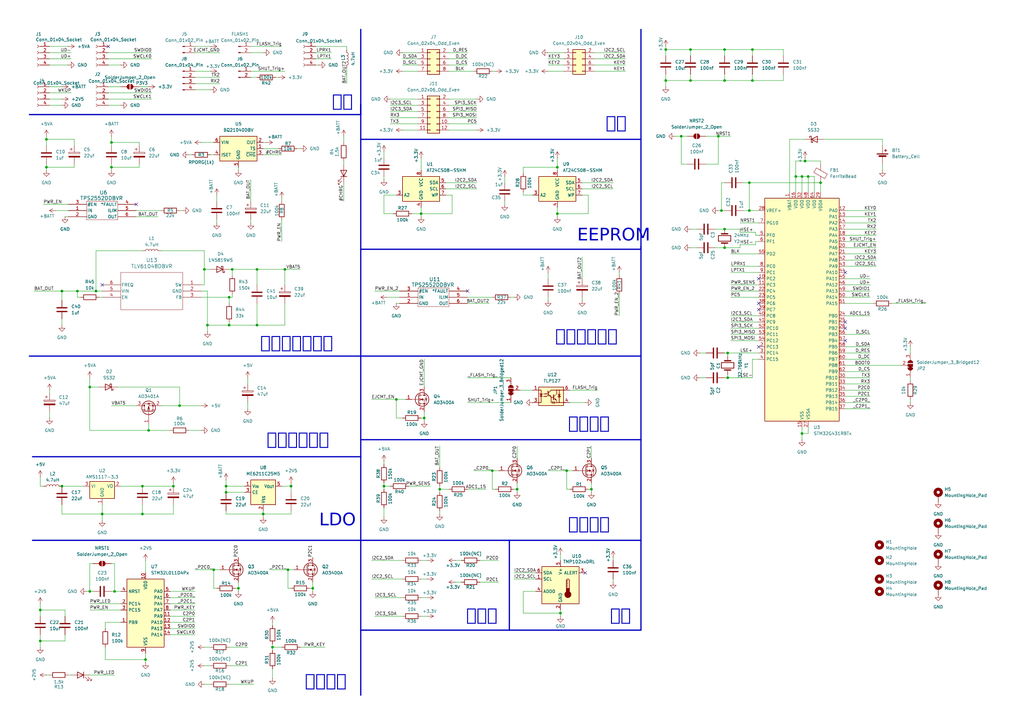
<source format=kicad_sch>
(kicad_sch (version 20250114) (generator "eeschema") (generator_version "9.0")
  (paper "A3")
  (title_block (title "PM Controller （最初投产版本）") (date "2025-06-13") (rev "1.1") (company "LiuZS") (comment 1 "20250613-电池升压改为tps61048"))
  (text "温度" (at 254.508 254 0) (effects (font (size 5.08 5.08))))
  (text "EEPROM\n" (at 251.714 98.044 0) (effects (font (size 5.08 5.08))))
  (text "电源管理" (at 133.604 280.924 0) (effects (font (size 5.08 5.08))))
  (text "接口电平" (at 241.554 216.535 0) (effects (font (size 5.08 5.08))))
  (text "上下拉\n" (at 197.612 254 0) (effects (font (size 5.08 5.08))))
  (text "接口" (at 252.73 52.07 0) (effects (font (size 5.08 5.08))))
  (text "相机功能" (at 241.554 175.26 0) (effects (font (size 5.08 5.08))))
  (text "接口" (at 140.462 43.18 0) (effects (font (size 5.08 5.08))))
  (text "电路自动切换" (at 122.174 181.864 0) (effects (font (size 5.08 5.08))))
  (text "LDO" (at 138.43 214.884 0) (effects (font (size 5.08 5.08))))
  (text "电池充电、升压" (at 121.666 142.24 0) (effects (font (size 5.08 5.08))))
  (text "预留电源输出" (at 240.538 139.446 0) (effects (font (size 5.08 5.08))))
  (junction (at 172.72 87.63))
  (junction (at 45.72 68.58))
  (junction (at 60.96 176.53))
  (junction (at 111.76 265.43))
  (junction (at 336.55 74.93))
  (junction (at 232.41 193.04))
  (junction (at 87.63 233.68))
  (junction (at 31.75 119.38))
  (junction (at 180.34 200.66))
  (junction (at 307.34 86.36))
  (junction (at 273.05 33.02))
  (junction (at 328.93 72.39))
  (junction (at 173.99 171.45))
  (junction (at 58.42 199.39))
  (junction (at 283.21 20.32))
  (junction (at 228.6 87.63))
  (junction (at 118.11 233.68))
  (junction (at 46.99 242.57))
  (junction (at 45.72 58.42))
  (junction (at 283.21 33.02))
  (junction (at 297.18 33.02))
  (junction (at 16.51 250.19))
  (junction (at 307.34 74.93))
  (junction (at 242.57 200.66))
  (junction (at 297.18 93.98))
  (junction (at 92.71 199.39))
  (junction (at 83.82 110.49))
  (junction (at 212.09 200.66))
  (junction (at 308.61 20.32))
  (junction (at 25.4 119.38))
  (junction (at 25.4 199.39))
  (junction (at 36.83 242.57))
  (junction (at 298.45 144.78))
  (junction (at 41.91 210.82))
  (junction (at 297.18 20.32))
  (junction (at 36.83 158.75))
  (junction (at 298.45 154.94))
  (junction (at 279.4 55.88))
  (junction (at 93.98 121.92))
  (junction (at 16.51 262.89))
  (junction (at 95.25 110.49))
  (junction (at 228.6 68.58))
  (junction (at 107.95 210.82))
  (junction (at 297.18 101.6))
  (junction (at 93.98 133.35))
  (junction (at 328.93 177.8))
  (junction (at 201.93 193.04))
  (junction (at 119.38 199.39))
  (junction (at 85.09 133.35))
  (junction (at 294.64 55.88))
  (junction (at 308.61 33.02))
  (junction (at 73.66 166.37))
  (junction (at 128.27 241.3))
  (junction (at 71.12 199.39))
  (junction (at 273.05 20.32))
  (junction (at 105.41 110.49))
  (junction (at 295.91 86.36))
  (junction (at 59.69 270.51))
  (junction (at 330.2 66.04))
  (junction (at 39.37 119.38))
  (junction (at 157.48 199.39))
  (junction (at 58.42 210.82))
  (junction (at 162.56 163.83))
  (junction (at 92.71 201.93))
  (junction (at 326.39 72.39))
  (junction (at 331.47 72.39))
  (junction (at 97.79 241.3))
  (junction (at 105.41 133.35))
  (junction (at 19.05 68.58))
  (junction (at 116.84 110.49))
  (junction (at 19.05 57.15))
  (junction (at 229.87 251.46))
  (no_connect (at 55.88 83.82))
  (no_connect (at 41.91 116.84))
  (no_connect (at 346.71 111.76))
  (no_connect (at 311.15 114.3))
  (no_connect (at 240.03 234.95))
  (no_connect (at 311.15 127))
  (no_connect (at 346.71 132.08))
  (no_connect (at 44.45 19.05))
  (no_connect (at 346.71 139.7))
  (no_connect (at 346.71 134.62))
  (no_connect (at 191.77 119.38))
  (no_connect (at 311.15 124.46))
  (no_connect (at 311.15 142.24))
  (wire (pts (xy 283.21 30.48) (xy 283.21 33.02)))
  (wire (pts (xy 25.4 210.82) (xy 41.91 210.82)))
  (wire (pts (xy 299.72 55.88) (xy 294.64 55.88)))
  (wire (pts (xy 299.72 129.54) (xy 311.15 129.54)))
  (wire (pts (xy 346.71 116.84) (xy 356.87 116.84)))
  (wire (pts (xy 57.15 67.31) (xy 57.15 68.58)))
  (wire (pts (xy 303.53 95.25) (xy 303.53 93.98)))
  (wire (pts (xy 229.87 251.46) (xy 229.87 252.73)))
  (wire (pts (xy 328.93 72.39) (xy 328.93 78.74)))
  (wire (pts (xy 373.38 165.1) (xy 373.38 163.83)))
  (wire (pts (xy 35.56 242.57) (xy 36.83 242.57)))
  (wire (pts (xy 337.82 57.15) (xy 361.95 57.15)))
  (wire (pts (xy 207.01 74.93) (xy 207.01 72.39)))
  (wire (pts (xy 19.05 57.15) (xy 19.05 59.69)))
  (wire (pts (xy 180.34 182.88) (xy 180.34 191.77)))
  (wire (pts (xy 336.55 74.93) (xy 336.55 78.74)))
  (wire (pts (xy 45.72 68.58) (xy 45.72 69.85)))
  (wire (pts (xy 224.79 24.13) (xy 231.14 24.13)))
  (wire (pts (xy 123.19 265.43) (xy 133.35 265.43)))
  (wire (pts (xy 224.79 111.76) (xy 224.79 114.3)))
  (wire (pts (xy 195.58 50.8) (xy 184.15 50.8)))
  (wire (pts (xy 100.33 199.39) (xy 92.71 199.39)))
  (wire (pts (xy 182.88 80.01) (xy 185.42 80.01)))
  (wire (pts (xy 115.57 199.39) (xy 119.38 199.39)))
  (wire (pts (xy 111.76 255.27) (xy 111.76 256.54)))
  (wire (pts (xy 80.01 247.65) (xy 69.85 247.65)))
  (wire (pts (xy 157.48 87.63) (xy 161.29 87.63)))
  (wire (pts (xy 93.98 110.49) (xy 95.25 110.49)))
  (wire (pts (xy 210.82 234.95) (xy 219.71 234.95)))
  (wire (pts (xy 365.76 124.46) (xy 379.73 124.46)))
  (wire (pts (xy 331.47 72.39) (xy 334.01 72.39)))
  (wire (pts (xy 93.98 280.67) (xy 104.14 280.67)))
  (wire (pts (xy 160.02 48.26) (xy 171.45 48.26)))
  (polyline (pts (xy 262.89 180.34) (xy 262.89 221.615)) (stroke (width 0.508)))
  (wire (pts (xy 287.02 154.94) (xy 289.56 154.94)))
  (wire (pts (xy 359.41 99.06) (xy 346.71 99.06)))
  (wire (pts (xy 180.34 200.66) (xy 184.15 200.66)))
  (wire (pts (xy 128.27 241.3) (xy 128.27 238.76)))
  (wire (pts (xy 73.66 166.37) (xy 82.55 166.37)))
  (wire (pts (xy 346.71 101.6) (xy 359.41 101.6)))
  (wire (pts (xy 165.1 43.1914) (xy 171.45 43.18)))
  (wire (pts (xy 16.51 199.39) (xy 16.51 195.58)))
  (wire (pts (xy 19.05 67.31) (xy 19.05 68.58)))
  (wire (pts (xy 191.77 21.59) (xy 184.15 21.59)))
  (wire (pts (xy 105.41 133.35) (xy 93.98 133.35)))
  (wire (pts (xy 153.67 252.73) (xy 165.1 252.73)))
  (wire (pts (xy 36.83 176.53) (xy 60.96 176.53)))
  (wire (pts (xy 359.41 104.14) (xy 346.71 104.14)))
  (wire (pts (xy 69.85 252.73) (xy 80.01 252.73)))
  (wire (pts (xy 309.88 100.33) (xy 303.53 100.33)))
  (wire (pts (xy 107.95 210.82) (xy 107.95 212.09)))
  (wire (pts (xy 116.84 110.49) (xy 116.84 116.84)))
  (wire (pts (xy 256.54 29.21) (xy 243.84 29.21)))
  (wire (pts (xy 331.47 177.8) (xy 328.93 177.8)))
  (polyline (pts (xy 262.89 12.065) (xy 262.89 57.15)) (stroke (width 0.508)))
  (wire (pts (xy 238.76 105.41) (xy 238.76 114.3)))
  (wire (pts (xy 102.87 73.66) (xy 102.87 82.55)))
  (wire (pts (xy 64.77 88.9) (xy 55.88 88.9)))
  (wire (pts (xy 328.93 72.39) (xy 326.39 72.39)))
  (wire (pts (xy 328.93 72.39) (xy 331.47 72.39)))
  (wire (pts (xy 273.05 19.05) (xy 273.05 20.32)))
  (wire (pts (xy 304.8 74.93) (xy 307.34 74.93)))
  (wire (pts (xy 224.79 26.67) (xy 231.14 26.67)))
  (wire (pts (xy 16.51 250.19) (xy 26.67 250.19)))
  (wire (pts (xy 44.45 38.1) (xy 62.23 38.1)))
  (wire (pts (xy 109.22 58.42) (xy 107.95 58.42)))
  (wire (pts (xy 41.91 210.82) (xy 41.91 207.01)))
  (wire (pts (xy 36.83 250.19) (xy 49.53 250.19)))
  (wire (pts (xy 105.41 133.35) (xy 116.84 133.35)))
  (polyline (pts (xy 262.89 221.615) (xy 262.89 258.445)) (stroke (width 0.508)))
  (wire (pts (xy 30.48 57.15) (xy 19.05 57.15)))
  (wire (pts (xy 294.64 67.31) (xy 294.64 55.88)))
  (wire (pts (xy 356.87 154.94) (xy 346.71 154.94)))
  (wire (pts (xy 204.47 238.76) (xy 196.85 238.76)))
  (wire (pts (xy 251.46 238.76) (xy 251.46 237.49)))
  (wire (pts (xy 88.9 80.01) (xy 88.9 82.55)))
  (wire (pts (xy 69.85 250.19) (xy 80.01 250.19)))
  (wire (pts (xy 194.31 193.04) (xy 201.93 193.04)))
  (wire (pts (xy 308.61 147.32) (xy 308.61 154.94)))
  (wire (pts (xy 256.54 21.59) (xy 243.84 21.59)))
  (wire (pts (xy 49.53 35.56) (xy 44.45 35.56)))
  (wire (pts (xy 359.41 86.36) (xy 346.71 86.36)))
  (wire (pts (xy 59.69 270.51) (xy 59.69 267.97)))
  (wire (pts (xy 19.05 68.58) (xy 19.05 69.85)))
  (wire (pts (xy 328.93 175.26) (xy 328.93 177.8)))
  (wire (pts (xy 31.75 119.38) (xy 39.37 119.38)))
  (wire (pts (xy 346.71 119.38) (xy 356.87 119.38)))
  (wire (pts (xy 88.9 91.44) (xy 88.9 90.17)))
  (wire (pts (xy 232.41 200.66) (xy 233.68 200.66)))
  (wire (pts (xy 90.17 233.68) (xy 87.63 233.68)))
  (wire (pts (xy 16.51 247.65) (xy 16.51 250.19)))
  (wire (pts (xy 39.37 119.38) (xy 41.91 119.38)))
  (polyline (pts (xy 147.955 285.115) (xy 147.955 221.615)) (stroke (width 0.508)))
  (wire (pts (xy 219.71 242.57) (xy 214.63 242.57)))
  (wire (pts (xy 110.49 233.68) (xy 118.11 233.68)))
  (wire (pts (xy 152.4 237.49) (xy 165.1 237.49)))
  (wire (pts (xy 173.99 171.45) (xy 173.99 168.91)))
  (wire (pts (xy 86.36 29.21) (xy 80.01 29.21)))
  (wire (pts (xy 45.72 166.37) (xy 55.88 166.37)))
  (wire (pts (xy 273.05 20.32) (xy 283.21 20.32)))
  (wire (pts (xy 303.53 91.44) (xy 311.15 91.44)))
  (wire (pts (xy 299.72 139.7) (xy 311.15 139.7)))
  (wire (pts (xy 160.02 50.8) (xy 171.45 50.8)))
  (wire (pts (xy 57.15 35.56) (xy 60.96 35.56)))
  (wire (pts (xy 83.82 273.05) (xy 86.36 273.05)))
  (wire (pts (xy 195.58 74.93) (xy 182.88 74.93)))
  (wire (pts (xy 162.56 163.83) (xy 162.56 171.45)))
  (wire (pts (xy 157.48 80.01) (xy 157.48 87.63)))
  (wire (pts (xy 105.41 110.49) (xy 105.41 116.84)))
  (wire (pts (xy 298.45 144.78) (xy 298.45 146.05)))
  (wire (pts (xy 186.69 238.76) (xy 189.23 238.76)))
  (wire (pts (xy 308.61 20.32) (xy 308.61 22.86)))
  (wire (pts (xy 97.79 242.57) (xy 97.79 241.3)))
  (wire (pts (xy 191.77 165.1) (xy 209.55 165.1)))
  (wire (pts (xy 46.99 242.57) (xy 49.53 242.57)))
  (wire (pts (xy 346.71 149.86) (xy 369.57 149.86)))
  (wire (pts (xy 105.41 110.49) (xy 116.84 110.49)))
  (wire (pts (xy 46.99 276.86) (xy 36.83 276.86)))
  (polyline (pts (xy 13.335 187.325) (xy 147.955 187.325)) (stroke (width 0.508)))
  (wire (pts (xy 213.36 160.02) (xy 218.44 160.02)))
  (wire (pts (xy 83.82 265.43) (xy 86.36 265.43)))
  (wire (pts (xy 299.72 119.38) (xy 311.15 119.38)))
  (wire (pts (xy 86.36 36.83) (xy 80.01 36.83)))
  (wire (pts (xy 299.72 132.08) (xy 311.15 132.08)))
  (wire (pts (xy 25.4 130.81) (xy 25.4 133.35)))
  (wire (pts (xy 195.58 77.47) (xy 182.88 77.47)))
  (wire (pts (xy 195.58 53.34) (xy 184.15 53.34)))
  (wire (pts (xy 356.87 157.48) (xy 346.71 157.48)))
  (wire (pts (xy 29.21 21.59) (xy 20.32 21.59)))
  (wire (pts (xy 25.4 207.01) (xy 25.4 210.82)))
  (wire (pts (xy 101.6 167.64) (xy 101.6 165.1)))
  (wire (pts (xy 26.67 88.9) (xy 27.94 88.9)))
  (wire (pts (xy 82.55 121.92) (xy 93.98 121.92)))
  (polyline (pts (xy 262.89 146.05) (xy 262.89 180.34)) (stroke (width 0.508)))
  (wire (pts (xy 241.3 80.01) (xy 241.3 87.63)))
  (wire (pts (xy 373.38 156.21) (xy 373.38 154.94)))
  (wire (pts (xy 303.53 101.6) (xy 297.18 101.6)))
  (wire (pts (xy 135.89 21.59) (xy 129.54 21.59)))
  (wire (pts (xy 25.4 40.64) (xy 20.32 40.64)))
  (wire (pts (xy 107.95 209.55) (xy 107.95 210.82)))
  (wire (pts (xy 45.72 242.57) (xy 46.99 242.57)))
  (wire (pts (xy 175.26 245.11) (xy 172.72 245.11)))
  (wire (pts (xy 346.71 124.46) (xy 358.14 124.46)))
  (wire (pts (xy 162.56 163.83) (xy 166.37 163.83)))
  (wire (pts (xy 29.21 24.13) (xy 20.32 24.13)))
  (wire (pts (xy 160.02 43.18) (xy 165.1 43.18)))
  (wire (pts (xy 69.85 255.27) (xy 80.01 255.27)))
  (wire (pts (xy 281.94 67.31) (xy 279.4 67.31)))
  (wire (pts (xy 173.99 172.72) (xy 173.99 171.45)))
  (wire (pts (xy 157.48 199.39) (xy 160.02 199.39)))
  (wire (pts (xy 165.1 26.67) (xy 171.45 26.67)))
  (wire (pts (xy 97.79 69.85) (xy 97.79 68.58)))
  (wire (pts (xy 69.85 260.35) (xy 80.01 260.35)))
  (wire (pts (xy 195.58 43.18) (xy 184.15 43.18)))
  (wire (pts (xy 311.15 116.84) (xy 299.72 116.84)))
  (wire (pts (xy 48.26 158.75) (xy 73.66 158.75)))
  (wire (pts (xy 119.38 209.55) (xy 119.38 210.82)))
  (wire (pts (xy 129.54 19.05) (xy 142.24 19.05)))
  (wire (pts (xy 86.36 19.05) (xy 80.01 19.05)))
  (wire (pts (xy 299.72 109.22) (xy 311.15 109.22)))
  (polyline (pts (xy 147.955 57.15) (xy 262.89 57.15)) (stroke (width 0.508)))
  (wire (pts (xy 95.25 121.92) (xy 95.25 120.65)))
  (wire (pts (xy 92.71 199.39) (xy 92.71 201.93)))
  (wire (pts (xy 36.83 242.57) (xy 38.1 242.57)))
  (wire (pts (xy 58.42 102.87) (xy 39.37 102.87)))
  (wire (pts (xy 115.57 81.28) (xy 115.57 82.55)))
  (wire (pts (xy 49.53 255.27) (xy 43.18 255.27)))
  (wire (pts (xy 116.84 110.49) (xy 123.19 110.49)))
  (wire (pts (xy 101.6 265.43) (xy 93.98 265.43)))
  (wire (pts (xy 140.97 55.88) (xy 140.97 58.42)))
  (wire (pts (xy 326.39 66.04) (xy 326.39 72.39)))
  (wire (pts (xy 180.34 210.82) (xy 180.34 209.55)))
  (wire (pts (xy 26.67 260.35) (xy 26.67 262.89)))
  (wire (pts (xy 57.15 59.69) (xy 57.15 58.42)))
  (wire (pts (xy 45.72 68.58) (xy 57.15 68.58)))
  (wire (pts (xy 175.26 229.87) (xy 172.72 229.87)))
  (wire (pts (xy 185.42 80.01) (xy 185.42 87.63)))
  (wire (pts (xy 276.86 55.88) (xy 279.4 55.88)))
  (wire (pts (xy 242.57 201.93) (xy 242.57 200.66)))
  (wire (pts (xy 298.45 154.94) (xy 298.45 153.67)))
  (wire (pts (xy 228.6 64.77) (xy 228.6 68.58)))
  (wire (pts (xy 308.61 33.02) (xy 297.18 33.02)))
  (wire (pts (xy 80.01 31.75) (xy 90.17 31.75)))
  (wire (pts (xy 229.87 250.19) (xy 229.87 251.46)))
  (wire (pts (xy 80.01 245.11) (xy 69.85 245.11)))
  (wire (pts (xy 69.85 257.81) (xy 80.01 257.81)))
  (wire (pts (xy 60.96 176.53) (xy 69.85 176.53)))
  (wire (pts (xy 195.58 48.26) (xy 184.15 48.26)))
  (wire (pts (xy 203.2 29.21) (xy 201.93 29.21)))
  (wire (pts (xy 58.42 210.82) (xy 41.91 210.82)))
  (wire (pts (xy 27.94 19.05) (xy 20.32 19.05)))
  (wire (pts (xy 172.72 171.45) (xy 173.99 171.45)))
  (wire (pts (xy 101.6 154.94) (xy 101.6 157.48)))
  (wire (pts (xy 95.25 110.49) (xy 105.41 110.49)))
  (wire (pts (xy 69.85 242.57) (xy 80.01 242.57)))
  (wire (pts (xy 85.09 119.38) (xy 85.09 133.35)))
  (wire (pts (xy 167.64 199.39) (xy 176.53 199.39)))
  (polyline (pts (xy 147.955 146.05) (xy 262.89 146.05)) (stroke (width 0.508)))
  (wire (pts (xy 36.83 176.53) (xy 36.83 158.75)))
  (wire (pts (xy 118.11 233.68) (xy 118.11 241.3)))
  (wire (pts (xy 309.88 99.06) (xy 311.15 99.06)))
  (wire (pts (xy 195.58 40.64) (xy 184.15 40.64)))
  (wire (pts (xy 238.76 80.01) (xy 241.3 80.01)))
  (wire (pts (xy 20.32 43.18) (xy 25.4 43.18)))
  (wire (pts (xy 359.41 88.9) (xy 346.71 88.9)))
  (wire (pts (xy 308.61 154.94) (xy 298.45 154.94)))
  (wire (pts (xy 307.34 74.93) (xy 307.34 86.36)))
  (wire (pts (xy 83.82 116.84) (xy 82.55 116.84)))
  (polyline (pts (xy 208.915 221.615) (xy 208.915 258.445)) (stroke (width 0.508)))
  (wire (pts (xy 309.88 95.25) (xy 303.53 95.25)))
  (wire (pts (xy 44.45 24.13) (xy 62.23 24.13)))
  (wire (pts (xy 251.46 228.6) (xy 251.46 229.87)))
  (wire (pts (xy 119.38 210.82) (xy 107.95 210.82)))
  (wire (pts (xy 45.72 58.42) (xy 57.15 58.42)))
  (wire (pts (xy 229.87 227.33) (xy 229.87 229.87)))
  (wire (pts (xy 283.21 93.98) (xy 285.75 93.98)))
  (wire (pts (xy 142.24 19.05) (xy 142.24 20.32)))
  (wire (pts (xy 20.32 171.45) (xy 20.32 168.91)))
  (wire (pts (xy 116.84 124.46) (xy 116.84 133.35)))
  (wire (pts (xy 175.26 252.73) (xy 172.72 252.73)))
  (wire (pts (xy 123.19 60.96) (xy 121.92 60.96)))
  (wire (pts (xy 346.71 144.78) (xy 356.87 144.78)))
  (wire (pts (xy 157.48 64.77) (xy 157.48 62.23)))
  (wire (pts (xy 191.77 121.92) (xy 201.93 121.92)))
  (wire (pts (xy 153.67 119.38) (xy 163.83 119.38)))
  (wire (pts (xy 162.56 171.45) (xy 165.1 171.45)))
  (wire (pts (xy 107.95 21.59) (xy 102.87 21.59)))
  (wire (pts (xy 111.76 265.43) (xy 115.57 265.43)))
  (wire (pts (xy 356.87 137.16) (xy 346.71 137.16)))
  (wire (pts (xy 16.51 250.19) (xy 16.51 252.73)))
  (polyline (pts (xy 262.89 100.965) (xy 262.89 146.05)) (stroke (width 0.508)))
  (wire (pts (xy 43.18 265.43) (xy 43.18 270.51)))
  (polyline (pts (xy 147.955 12.065) (xy 147.955 46.99)) (stroke (width 0.508)))
  (wire (pts (xy 135.89 24.13) (xy 129.54 24.13)))
  (wire (pts (xy 346.71 165.1) (xy 356.87 165.1)))
  (wire (pts (xy 115.57 63.5) (xy 107.95 63.5)))
  (wire (pts (xy 273.05 30.48) (xy 273.05 33.02)))
  (wire (pts (xy 346.71 160.02) (xy 356.87 160.02)))
  (wire (pts (xy 111.76 264.16) (xy 111.76 265.43)))
  (polyline (pts (xy 208.915 258.445) (xy 262.89 258.445)) (stroke (width 0.508)))
  (wire (pts (xy 334.01 78.74) (xy 334.01 72.39)))
  (wire (pts (xy 283.21 33.02) (xy 273.05 33.02)))
  (wire (pts (xy 234.95 193.04) (xy 232.41 193.04)))
  (wire (pts (xy 45.72 231.14) (xy 46.99 231.14)))
  (wire (pts (xy 297.18 20.32) (xy 283.21 20.32)))
  (wire (pts (xy 46.99 231.14) (xy 46.99 242.57)))
  (wire (pts (xy 165.1 45.7314) (xy 171.45 45.72)))
  (wire (pts (xy 157.48 212.09) (xy 157.48 208.28)))
  (wire (pts (xy 214.63 71.12) (xy 214.63 68.58)))
  (wire (pts (xy 41.91 213.36) (xy 41.91 210.82)))
  (wire (pts (xy 25.4 123.19) (xy 25.4 119.38)))
  (wire (pts (xy 59.69 271.78) (xy 59.69 270.51)))
  (wire (pts (xy 283.21 22.86) (xy 283.21 20.32)))
  (wire (pts (xy 31.75 121.92) (xy 31.75 119.38)))
  (wire (pts (xy 80.01 34.29) (xy 90.17 34.29)))
  (wire (pts (xy 273.05 33.02) (xy 273.05 35.56)))
  (wire (pts (xy 39.37 102.87) (xy 39.37 119.38)))
  (polyline (pts (xy 13.335 221.615) (xy 147.955 221.615)) (stroke (width 0.508)))
  (wire (pts (xy 251.46 74.93) (xy 238.76 74.93)))
  (wire (pts (xy 172.72 64.77) (xy 172.72 69.85)))
  (wire (pts (xy 331.47 72.39) (xy 331.47 78.74)))
  (wire (pts (xy 308.61 30.48) (xy 308.61 33.02)))
  (wire (pts (xy 361.95 57.15) (xy 361.95 59.69)))
  (wire (pts (xy 346.71 167.64) (xy 356.87 167.64)))
  (wire (pts (xy 17.78 199.39) (xy 16.51 199.39)))
  (polyline (pts (xy 147.955 258.445) (xy 208.915 258.445)) (stroke (width 0.508)))
  (wire (pts (xy 93.98 121.92) (xy 95.25 121.92)))
  (wire (pts (xy 153.67 245.11) (xy 165.1 245.11)))
  (wire (pts (xy 214.63 78.74) (xy 214.63 80.01)))
  (polyline (pts (xy 147.955 221.615) (xy 147.955 187.325)) (stroke (width 0.508)))
  (wire (pts (xy 160.02 40.64) (xy 171.45 40.64)))
  (wire (pts (xy 191.77 24.13) (xy 184.15 24.13)))
  (wire (pts (xy 22.86 86.36) (xy 27.94 86.36)))
  (wire (pts (xy 359.41 109.22) (xy 346.71 109.22)))
  (wire (pts (xy 157.48 198.12) (xy 157.48 199.39)))
  (wire (pts (xy 111.76 278.13) (xy 111.76 274.32)))
  (wire (pts (xy 224.79 21.59) (xy 231.14 21.59)))
  (wire (pts (xy 214.63 80.01) (xy 218.44 80.01)))
  (wire (pts (xy 180.34 199.39) (xy 180.34 200.66)))
  (wire (pts (xy 283.21 101.6) (xy 285.75 101.6)))
  (wire (pts (xy 214.63 68.58) (xy 228.6 68.58)))
  (wire (pts (xy 299.72 134.62) (xy 311.15 134.62)))
  (wire (pts (xy 86.36 63.5) (xy 87.63 63.5)))
  (wire (pts (xy 162.56 80.01) (xy 157.48 80.01)))
  (wire (pts (xy 85.09 135.89) (xy 85.09 133.35)))
  (wire (pts (xy 49.53 43.18) (xy 44.45 43.18)))
  (wire (pts (xy 321.31 22.86) (xy 321.31 20.32)))
  (wire (pts (xy 40.64 121.92) (xy 41.91 121.92)))
  (wire (pts (xy 210.82 237.49) (xy 219.71 237.49)))
  (wire (pts (xy 49.53 26.67) (xy 44.45 26.67)))
  (wire (pts (xy 242.57 182.88) (xy 242.57 187.96)))
  (wire (pts (xy 210.82 200.66) (xy 212.09 200.66)))
  (wire (pts (xy 43.18 270.51) (xy 59.69 270.51)))
  (wire (pts (xy 102.87 31.75) (xy 105.41 31.75)))
  (wire (pts (xy 36.83 231.14) (xy 36.83 242.57)))
  (wire (pts (xy 82.55 58.42) (xy 87.63 58.42)))
  (wire (pts (xy 165.1 53.34) (xy 171.45 53.34)))
  (wire (pts (xy 238.76 123.19) (xy 238.76 121.92)))
  (wire (pts (xy 279.4 55.88) (xy 281.94 55.88)))
  (wire (pts (xy 201.93 200.66) (xy 203.2 200.66)))
  (wire (pts (xy 201.93 193.04) (xy 201.93 200.66)))
  (wire (pts (xy 212.09 200.66) (xy 212.09 198.12)))
  (wire (pts (xy 326.39 72.39) (xy 326.39 78.74)))
  (wire (pts (xy 330.2 66.04) (xy 336.55 66.04)))
  (wire (pts (xy 228.6 68.58) (xy 228.6 69.85)))
  (wire (pts (xy 119.38 198.12) (xy 119.38 199.39)))
  (wire (pts (xy 116.84 29.21) (xy 102.87 29.21)))
  (wire (pts (xy 71.12 207.01) (xy 71.12 210.82)))
  (wire (pts (xy 204.47 229.87) (xy 196.85 229.87)))
  (wire (pts (xy 184.15 29.21) (xy 194.31 29.21)))
  (wire (pts (xy 361.95 69.85) (xy 361.95 67.31)))
  (wire (pts (xy 157.48 199.39) (xy 157.48 200.66)))
  (wire (pts (xy 172.72 87.63) (xy 172.72 85.09)))
  (polyline (pts (xy 147.955 187.325) (xy 147.955 146.05)) (stroke (width 0.508)))
  (wire (pts (xy 297.18 144.78) (xy 298.45 144.78)))
  (wire (pts (xy 27.94 276.86) (xy 29.21 276.86)))
  (wire (pts (xy 113.03 31.75) (xy 114.3 31.75)))
  (wire (pts (xy 83.82 102.87) (xy 83.82 110.49)))
  (wire (pts (xy 19.05 68.58) (xy 30.48 68.58)))
  (wire (pts (xy 102.87 91.44) (xy 102.87 90.17)))
  (polyline (pts (xy 147.955 221.615) (xy 262.89 221.615)) (stroke (width 0.508)))
  (wire (pts (xy 311.15 86.36) (xy 307.34 86.36)))
  (wire (pts (xy 16.51 260.35) (xy 16.51 262.89)))
  (wire (pts (xy 165.1 21.59) (xy 171.45 21.59)))
  (wire (pts (xy 92.71 201.93) (xy 100.33 201.93)))
  (wire (pts (xy 295.91 74.93) (xy 295.91 86.36)))
  (wire (pts (xy 331.47 175.26) (xy 331.47 177.8)))
  (wire (pts (xy 207.01 83.82) (xy 207.01 82.55)))
  (wire (pts (xy 13.97 119.38) (xy 25.4 119.38)))
  (wire (pts (xy 185.42 87.63) (xy 172.72 87.63)))
  (wire (pts (xy 77.47 63.5) (xy 78.74 63.5)))
  (wire (pts (xy 92.71 196.85) (xy 92.71 199.39)))
  (wire (pts (xy 224.79 123.19) (xy 224.79 121.92)))
  (wire (pts (xy 60.96 173.99) (xy 60.96 176.53)))
  (wire (pts (xy 25.4 199.39) (xy 34.29 199.39)))
  (wire (pts (xy 111.76 265.43) (xy 111.76 266.7)))
  (wire (pts (xy 45.72 55.88) (xy 45.72 58.42)))
  (polyline (pts (xy 147.955 102.235) (xy 262.89 102.235)) (stroke (width 0.508)))
  (wire (pts (xy 92.71 209.55) (xy 92.71 210.82)))
  (wire (pts (xy 73.66 158.75) (xy 73.66 166.37)))
  (wire (pts (xy 346.71 152.4) (xy 356.87 152.4)))
  (wire (pts (xy 118.11 241.3) (xy 119.38 241.3)))
  (wire (pts (xy 328.93 177.8) (xy 328.93 180.34)))
  (wire (pts (xy 307.34 74.93) (xy 336.55 74.93)))
  (wire (pts (xy 90.17 21.59) (xy 80.01 21.59)))
  (wire (pts (xy 254 129.54) (xy 254 120.65)))
  (wire (pts (xy 279.4 67.31) (xy 279.4 55.88)))
  (wire (pts (xy 373.38 142.24) (xy 373.38 144.78)))
  (wire (pts (xy 85.09 119.38) (xy 82.55 119.38)))
  (wire (pts (xy 17.78 83.82) (xy 27.94 83.82)))
  (wire (pts (xy 204.47 193.04) (xy 201.93 193.04)))
  (wire (pts (xy 173.99 147.32) (xy 173.99 158.75)))
  (wire (pts (xy 299.72 121.92) (xy 311.15 121.92)))
  (wire (pts (xy 119.38 199.39) (xy 119.38 201.93)))
  (wire (pts (xy 191.77 154.94) (xy 209.55 154.94)))
  (wire (pts (xy 294.64 55.88) (xy 289.56 55.88)))
  (wire (pts (xy 25.4 119.38) (xy 31.75 119.38)))
  (wire (pts (xy 323.85 57.15) (xy 323.85 78.74)))
  (wire (pts (xy 27.94 26.67) (xy 20.32 26.67)))
  (wire (pts (xy 242.57 200.66) (xy 242.57 198.12)))
  (wire (pts (xy 162.56 124.46) (xy 163.83 124.46)))
  (wire (pts (xy 44.45 40.64) (xy 62.23 40.64)))
  (wire (pts (xy 83.82 280.67) (xy 86.36 280.67)))
  (wire (pts (xy 165.1 45.72) (xy 165.1 45.7314)))
  (wire (pts (xy 330.2 64.77) (xy 330.2 66.04)))
  (wire (pts (xy 36.83 154.94) (xy 36.83 158.75)))
  (wire (pts (xy 195.58 45.72) (xy 184.15 45.72)))
  (wire (pts (xy 71.12 198.12) (xy 71.12 199.39)))
  (wire (pts (xy 346.71 162.56) (xy 356.87 162.56)))
  (wire (pts (xy 102.87 19.05) (xy 115.57 19.05)))
  (wire (pts (xy 93.98 124.46) (xy 93.98 121.92)))
  (wire (pts (xy 336.55 67.31) (xy 336.55 66.04)))
  (wire (pts (xy 101.6 273.05) (xy 93.98 273.05)))
  (wire (pts (xy 107.95 60.96) (xy 114.3 60.96)))
  (wire (pts (xy 26.67 252.73) (xy 26.67 250.19)))
  (wire (pts (xy 212.09 182.88) (xy 212.09 187.96)))
  (wire (pts (xy 293.37 93.98) (xy 297.18 93.98)))
  (wire (pts (xy 346.71 91.44) (xy 359.41 91.44)))
  (wire (pts (xy 210.82 121.92) (xy 209.55 121.92)))
  (wire (pts (xy 311.15 144.78) (xy 298.45 144.78)))
  (polyline (pts (xy 147.955 42.799) (xy 147.955 146.05)) (stroke (width 0.508)))
  (wire (pts (xy 232.41 193.04) (xy 232.41 200.66)))
  (wire (pts (xy 66.04 166.37) (xy 73.66 166.37)))
  (wire (pts (xy 297.18 154.94) (xy 298.45 154.94)))
  (wire (pts (xy 321.31 30.48) (xy 321.31 33.02)))
  (wire (pts (xy 256.54 26.67) (xy 243.84 26.67)))
  (wire (pts (xy 321.31 33.02) (xy 308.61 33.02)))
  (wire (pts (xy 120.65 233.68) (xy 118.11 233.68)))
  (polyline (pts (xy 262.89 57.15) (xy 262.89 102.235)) (stroke (width 0.508)))
  (wire (pts (xy 289.56 67.31) (xy 294.64 67.31)))
  (wire (pts (xy 127 241.3) (xy 128.27 241.3)))
  (wire (pts (xy 157.48 73.66) (xy 157.48 72.39)))
  (wire (pts (xy 346.71 121.92) (xy 356.87 121.92)))
  (wire (pts (xy 304.8 86.36) (xy 307.34 86.36)))
  (wire (pts (xy 29.21 38.1) (xy 20.32 38.1)))
  (wire (pts (xy 191.77 26.67) (xy 184.15 26.67)))
  (wire (pts (xy 165.1 24.13) (xy 171.45 24.13)))
  (wire (pts (xy 157.48 189.23) (xy 157.48 190.5)))
  (wire (pts (xy 359.41 106.68) (xy 346.71 106.68)))
  (wire (pts (xy 309.88 95.25) (xy 309.88 96.52)))
  (wire (pts (xy 26.67 262.89) (xy 16.51 262.89)))
  (wire (pts (xy 346.71 114.3) (xy 356.87 114.3)))
  (wire (pts (xy 87.63 241.3) (xy 88.9 241.3)))
  (wire (pts (xy 245.11 160.02) (xy 233.68 160.02)))
  (polyline (pts (xy 12.065 146.05) (xy 147.955 146.05)) (stroke (width 0.508)))
  (wire (pts (xy 308.61 20.32) (xy 297.18 20.32)))
  (wire (pts (xy 152.4 229.87) (xy 165.1 229.87)))
  (wire (pts (xy 224.79 29.21) (xy 231.14 29.21)))
  (wire (pts (xy 160.02 45.72) (xy 165.1 45.72)))
  (wire (pts (xy 158.75 121.92) (xy 163.83 121.92)))
  (wire (pts (xy 38.1 231.14) (xy 36.83 231.14)))
  (wire (pts (xy 66.04 102.87) (xy 83.82 102.87)))
  (wire (pts (xy 30.48 67.31) (xy 30.48 68.58)))
  (wire (pts (xy 200.66 124.46) (xy 191.77 124.46)))
  (wire (pts (xy 16.51 262.89) (xy 16.51 265.43)))
  (wire (pts (xy 142.24 27.94) (xy 142.24 34.29)))
  (wire (pts (xy 294.64 86.36) (xy 295.91 86.36)))
  (wire (pts (xy 241.3 87.63) (xy 228.6 87.63)))
  (wire (pts (xy 254 111.76) (xy 254 113.03)))
  (wire (pts (xy 140.97 82.55) (xy 140.97 74.93)))
  (wire (pts (xy 297.18 20.32) (xy 297.18 22.86)))
  (wire (pts (xy 346.71 93.98) (xy 359.41 93.98)))
  (wire (pts (xy 199.39 200.66) (xy 191.77 200.66)))
  (wire (pts (xy 356.87 142.24) (xy 346.71 142.24)))
  (wire (pts (xy 43.18 255.27) (xy 43.18 257.81)))
  (wire (pts (xy 130.81 26.67) (xy 129.54 26.67)))
  (wire (pts (xy 87.63 233.68) (xy 87.63 241.3)))
  (wire (pts (xy 303.53 100.33) (xy 303.53 101.6)))
  (wire (pts (xy 175.26 237.49) (xy 172.72 237.49)))
  (wire (pts (xy 297.18 33.02) (xy 283.21 33.02)))
  (wire (pts (xy 19.05 55.88) (xy 19.05 57.15)))
  (wire (pts (xy 297.18 30.48) (xy 297.18 33.02)))
  (wire (pts (xy 165.1 29.21) (xy 171.45 29.21)))
  (wire (pts (xy 128.27 242.57) (xy 128.27 241.3)))
  (wire (pts (xy 214.63 251.46) (xy 229.87 251.46)))
  (wire (pts (xy 168.91 87.63) (xy 172.72 87.63)))
  (wire (pts (xy 233.68 165.1) (xy 240.03 165.1)))
  (wire (pts (xy 299.72 104.14) (xy 311.15 104.14)))
  (wire (pts (xy 256.54 24.13) (xy 243.84 24.13)))
  (wire (pts (xy 20.32 160.02) (xy 20.32 161.29)))
  (wire (pts (xy 356.87 129.54) (xy 346.71 129.54)))
  (wire (pts (xy 95.25 110.49) (xy 95.25 113.03)))
  (wire (pts (xy 287.02 144.78) (xy 289.56 144.78)))
  (wire (pts (xy 299.72 111.76) (xy 311.15 111.76)))
  (wire (pts (xy 228.6 88.9) (xy 228.6 87.63)))
  (wire (pts (xy 228.6 87.63) (xy 228.6 85.09)))
  (wire (pts (xy 74.93 86.36) (xy 73.66 86.36)))
  (wire (pts (xy 30.48 59.69) (xy 30.48 57.15)))
  (wire (pts (xy 309.88 96.52) (xy 311.15 96.52)))
  (wire (pts (xy 58.42 210.82) (xy 71.12 210.82)))
  (wire (pts (xy 172.72 88.9) (xy 172.72 87.63)))
  (polyline (pts (xy 12.065 46.99) (xy 147.955 46.99)) (stroke (width 0.508)))
  (wire (pts (xy 80.01 233.68) (xy 87.63 233.68)))
  (wire (pts (xy 212.09 201.93) (xy 212.09 200.66)))
  (wire (pts (xy 293.37 101.6) (xy 297.18 101.6)))
  (wire (pts (xy 59.69 229.87) (xy 59.69 234.95)))
  (wire (pts (xy 224.79 193.04) (xy 232.41 193.04)))
  (wire (pts (xy 83.82 110.49) (xy 86.36 110.49)))
  (wire (pts (xy 140.97 66.04) (xy 140.97 67.31)))
  (wire (pts (xy 299.72 137.16) (xy 311.15 137.16)))
  (wire (pts (xy 71.12 199.39) (xy 58.42 199.39)))
  (wire (pts (xy 251.46 77.47) (xy 238.76 77.47)))
  (wire (pts (xy 186.69 229.87) (xy 189.23 229.87)))
  (wire (pts (xy 309.88 100.33) (xy 309.88 99.06)))
  (wire (pts (xy 36.83 158.75) (xy 40.64 158.75)))
  (wire (pts (xy 77.47 176.53) (xy 82.55 176.53)))
  (wire (pts (xy 19.05 276.86) (xy 20.32 276.86)))
  (wire (pts (xy 214.63 242.57) (xy 214.63 251.46)))
  (wire (pts (xy 83.82 110.49) (xy 83.82 116.84)))
  (wire (pts (xy 273.05 20.32) (xy 273.05 22.86)))
  (wire (pts (xy 105.41 124.46) (xy 105.41 133.35)))
  (wire (pts (xy 308.61 147.32) (xy 311.15 147.32)))
  (polyline (pts (xy 147.955 180.34) (xy 262.89 180.34)) (stroke (width 0.508)))
  (wire (pts (xy 321.31 20.32) (xy 308.61 20.32)))
  (wire (pts (xy 115.57 99.06) (xy 115.57 90.17)))
  (wire (pts (xy 44.45 21.59) (xy 62.23 21.59)))
  (wire (pts (xy 241.3 200.66) (xy 242.57 200.66)))
  (wire (pts (xy 297.18 74.93) (xy 295.91 74.93)))
  (wire (pts (xy 45.72 67.31) (xy 45.72 68.58)))
  (wire (pts (xy 346.71 147.32) (xy 356.87 147.32)))
  (wire (pts (xy 85.09 133.35) (xy 93.98 133.35)))
  (wire (pts (xy 20.32 35.56) (xy 25.4 35.56)))
  (wire (pts (xy 92.71 210.82) (xy 107.95 210.82)))
  (wire (pts (xy 330.2 66.04) (xy 326.39 66.04)))
  (wire (pts (xy 323.85 57.15) (xy 330.2 57.15)))
  (wire (pts (xy 55.88 86.36) (xy 66.04 86.36)))
  (wire (pts (xy 359.41 96.52) (xy 346.71 96.52)))
  (wire (pts (xy 36.83 247.65) (xy 49.53 247.65)))
  (wire (pts (xy 58.42 207.01) (xy 58.42 210.82)))
  (wire (pts (xy 180.34 200.66) (xy 180.34 201.93)))
  (wire (pts (xy 152.4 163.83) (xy 162.56 163.83)))
  (wire (pts (xy 45.72 58.42) (xy 45.72 59.69)))
  (wire (pts (xy 33.02 121.92) (xy 31.75 121.92)))
  (wire (pts (xy 295.91 86.36) (xy 297.18 86.36)))
  (wire (pts (xy 93.98 133.35) (xy 93.98 132.08)))
  (wire (pts (xy 96.52 241.3) (xy 97.79 241.3)))
  (wire (pts (xy 58.42 199.39) (xy 49.53 199.39)))
  (wire (pts (xy 165.1 43.18) (xy 165.1 43.1914)))
  (wire (pts (xy 97.79 241.3) (xy 97.79 238.76)))
  (wire (pts (xy 303.53 93.98) (xy 297.18 93.98)))
  (label "BAT_OUT2" (at 238.76 105.41 270))
  (label "KEY1" (at 359.41 88.9 180))
  (label "KEY2" (at 224.79 26.67 0))
  (label "BLK" (at 186.69 29.21 0))
  (label "EJCMT_GND" (at 90.17 21.59 180))
  (label "BLK" (at 299.72 104.14 0))
  (label "BAT_OUT" (at 13.97 119.38 0))
  (label "PWR_LED" (at 36.83 247.65 0))
  (label "D_CS" (at 356.87 152.4 180))
  (label "FLASH_Trig" (at 115.57 19.05 180))
  (label "I2C2_SCL" (at 210.82 237.49 0))
  (label "PWR_KEY" (at 80.01 250.19 180))
  (label "_C2P1_" (at 224.79 193.04 0))
  (label "UD+" (at 356.87 116.84 180))
  (label "I2C2_SDA" (at 359.41 106.68 180))
  (label "LPTX1" (at 135.89 24.13 180))
  (label "SWDIO1" (at 62.23 38.1 180))
  (label "SHUT_Trig+" (at 116.84 29.21 180))
  (label "_P2C0_" (at 80.01 233.68 0))
  (label "D_RES" (at 356.87 144.78 180))
  (label "PWR_EN_2" (at 254 129.54 90))
  (label "SWDIO0" (at 62.23 21.59 180))
  (label "PWR_SENS" (at 299.72 116.84 0))
  (label "I2C2_SCL" (at 251.46 77.47 180))
  (label "TX3" (at 160.02 50.8 0))
  (label "D_SDA" (at 356.87 142.24 180))
  (label "#CHRG" (at 115.57 63.5 180))
  (label "PWR_EN" (at 17.78 83.82 0))
  (label "SWCLK1" (at 62.23 40.64 180))
  (label "SPI3_MISO" (at 195.58 45.72 180))
  (label "PWR_EN" (at 36.83 250.19 0))
  (label "HSE+" (at 303.53 95.25 0))
  (label "SWCLK0" (at 62.23 24.13 180))
  (label "WKUP" (at 29.21 38.1 180))
  (label "SPI3_SCK" (at 195.58 43.18 180))
  (label "SHUT_Trig+" (at 359.41 99.06 180))
  (label "I2C3_SCL" (at 299.72 129.54 0))
  (label "_FLASH_Trig_" (at 379.73 124.46 180))
  (label "SPI3_MOSI" (at 195.58 48.26 180))
  (label "KEY0" (at 256.54 26.67 180))
  (label "I2C2_SDA" (at 210.82 234.95 0))
  (label "_P2C1_" (at 80.01 247.65 180))
  (label "BAT_OUT" (at 64.77 88.9 180))
  (label "I2C2_SDA" (at 256.54 24.13 180))
  (label "C2P1" (at 80.01 255.27 180))
  (label "_C2P0_" (at 194.31 193.04 0))
  (label "SWDIO1" (at 356.87 119.38 180))
  (label "BAT_OUT2" (at 142.24 34.29 90))
  (label "I2C3_SCL" (at 160.02 43.18 0))
  (label "SWCLK0" (at 80.01 260.35 180))
  (label "SWDIO0" (at 80.01 257.81 180))
  (label "SPI3_MISO" (at 299.72 137.16 0))
  (label "LPRX1" (at 299.72 109.22 0))
  (label "BAT_OUT" (at 180.34 182.88 270))
  (label "VBAT5" (at 123.19 110.49 180))
  (label "HSE-" (at 303.53 100.33 0))
  (label "P2C0" (at 356.87 160.02 180))
  (label "VBAT5" (at 45.72 166.37 0))
  (label "PWR_EN_2" (at 299.72 119.38 0))
  (label "_FLASH_Trig_" (at 191.77 154.94 0))
  (label "KEY3" (at 224.79 24.13 0))
  (label "_C2P0_" (at 356.87 165.1 180))
  (label "FLASH_Trig" (at 245.11 160.02 180))
  (label "PC5" (at 299.72 121.92 0))
  (label "KEY2" (at 359.41 96.52 180))
  (label "_P2C1_" (at 110.49 233.68 0))
  (label "LSE+" (at 303.53 144.78 0))
  (label "LPTX1" (at 299.72 111.76 0))
  (label "I2C3_SCL" (at 153.67 245.11 0))
  (label "I2C3_SDA" (at 153.67 252.73 0))
  (label "C2P1" (at 242.57 182.88 270))
  (label "ADC1_15" (at 199.39 200.66 180))
  (label "RX2" (at 359.41 93.98 180))
  (label "EJCMT_EN" (at 359.41 101.6 180))
  (label "RX3" (at 160.02 48.26 0))
  (label "PWR_EN_2" (at 153.67 119.38 0))
  (label "EJCMT_EN" (at 152.4 163.83 0))
  (label "C2P1" (at 101.6 273.05 180))
  (label "WKUP" (at 80.01 242.57 180))
  (label "I2C2_SCL" (at 256.54 21.59 180))
  (label "I2C3_SDA" (at 299.72 132.08 0))
  (label "TX2" (at 359.41 91.44 180))
  (label "BOOT0" (at 356.87 149.86 180))
  (label "WKUP" (at 104.14 280.67 180))
  (label "_C2P1_" (at 356.87 167.64 180))
  (label "#CHRG" (at 140.97 82.55 90))
  (label "_P2C0_" (at 80.01 245.11 180))
  (label "I2C2_SCL" (at 152.4 237.49 0))
  (label "SWCLK1" (at 356.87 121.92 180))
  (label "UD-" (at 356.87 114.3 180))
  (label "I2C2_SDA" (at 152.4 229.87 0))
  (label "PWR_KEY" (at 133.35 265.43 180))
  (label "P2C1" (at 204.47 238.76 180))
  (label "C2P0" (at 80.01 252.73 180))
  (label "TX2" (at 90.17 31.75 180))
  (label "I2C2_SDA" (at 251.46 74.93 180))
  (label "NRST1" (at 299.72 55.88 180))
  (label "D_SCL" (at 165.1 26.67 0))
  (label "BAT_OUT" (at 102.87 73.66 270))
  (label "C2P0" (at 212.09 182.88 270))
  (label "D_SCL" (at 356.87 137.16 180))
  (label "I2C2_SDA" (at 195.58 74.93 180))
  (label "RX3" (at 356.87 157.48 180))
  (label "SPI3_MOSI" (at 299.72 139.7 0))
  (label "LPRX1" (at 135.89 21.59 180))
  (label "D_SDA" (at 165.1 24.13 0))
  (label "KEY0" (at 359.41 86.36 180))
  (label "P2C0" (at 97.79 228.6 90))
  (label "RX2" (at 90.17 34.29 180))
  (label "LSE-" (at 303.53 154.94 0))
  (label "TX3" (at 356.87 154.94 180))
  (label "EJCMT_GND" (at 173.99 147.32 270))
  (label "C2P0" (at 101.6 265.43 180))
  (label "P2C0" (at 204.47 229.87 180))
  (label "PWR_EN" (at 115.57 99.06 90))
  (label "I2C2_SCL" (at 359.41 109.22 180))
  (label "KEY3" (at 359.41 104.14 180))
  (label "PWR_SENS" (at 176.53 199.39 180))
  (label "ADC1_15" (at 356.87 129.54 180))
  (label "PC5" (at 195.58 50.8 180))
  (label "I2C2_SCL" (at 195.58 77.47 180))
  (label "D_DC" (at 191.77 24.13 180))
  (label "PWR_LED" (at 46.99 276.86 180))
  (label "D_DC" (at 356.87 147.32 180))
  (label "UD-" (at 29.21 21.59 180))
  (label "UD+" (at 29.21 24.13 180))
  (label "P2C1" (at 356.87 162.56 180))
  (label "BAT_OUT2" (at 200.66 124.46 180))
  (label "I2C3_SDA" (at 160.02 45.72 0))
  (label "D_CS" (at 191.77 26.67 180))
  (label "SHUT_Trig+" (at 191.77 165.1 0))
  (label "NRST1" (at 303.53 91.44 0))
  (label "D_RES" (at 191.77 21.59 180))
  (label "SPI3_SCK" (at 299.72 134.62 0))
  (label "P2C1" (at 128.27 228.6 90))
  (label "KEY1" (at 256.54 29.21 180))
  (symbol (lib_id "Device:R") (at 205.74 121.92 90) (unit 1)
    (property "Reference" "R37" (at 205.74 121.92 90))
    (property "Value" "22k" (at 205.74 123.952 90))
    (property "Footprint" "Resistor_SMD:R_0603_1608Metric_Pad0.98x0.95mm_HandSolder" (effects (hide yes)))
    (property "Description" "Resistor" (effects (hide yes)))
  )
  (symbol (lib_id "power:+3.3V") (at 175.26 237.49 270) (unit 1)
    (property "Reference" "#PWR0107" (effects (hide yes)))
    (property "Value" "+3.3V" (at 173.228 235.458 90) (effects (justify left)))
    (property "Description" "Power symbol creates a global label with name \"+3.3V\"" (effects (hide yes)))
  )
  (symbol (lib_id "power:GND") (at 165.1 21.59 270) (unit 1)
    (property "Reference" "#PWR074" (effects (hide yes)))
    (property "Value" "GND" (at 161.29 21.5899 90) (effects (justify right)))
    (property "Description" "Power symbol creates a global label with name \"GND\" , ground" (effects (hide yes)))
  )
  (symbol (lib_id "Device:C") (at 25.4 203.2 0) (unit 1)
    (property "Reference" "C17" (at 29.21 201.9299 0) (effects (justify left)))
    (property "Value" "22uf" (at 29.21 204.4699 0) (effects (justify left)))
    (property "Footprint" "Capacitor_SMD:C_0603_1608Metric_Pad1.08x0.95mm_HandSolder" (effects (hide yes)))
    (property "Description" "Unpolarized capacitor" (effects (hide yes)))
  )
  (symbol (lib_id "power:GND") (at 86.36 36.83 90) (unit 1)
    (property "Reference" "#PWR06" (effects (hide yes)))
    (property "Value" "GND" (at 90.17 36.8299 90) (effects (justify right)))
    (property "Description" "Power symbol creates a global label with name \"GND\" , ground" (effects (hide yes)))
  )
  (symbol (lib_id "power:+3.3V") (at 71.12 198.12 0) (unit 1)
    (property "Reference" "#PWR02" (effects (hide yes)))
    (property "Value" "+3.3V" (at 71.12 193.04 0))
    (property "Description" "Power symbol creates a global label with name \"+3.3V\"" (effects (hide yes)))
  )
  (symbol (lib_id "Device:C") (at 283.21 26.67 0) (unit 1)
    (property "Reference" "C28" (at 287.02 25.3999 0) (effects (justify left)))
    (property "Value" "100nf" (at 287.02 27.9399 0) (effects (justify left)))
    (property "Footprint" "Capacitor_SMD:C_0603_1608Metric_Pad1.08x0.95mm_HandSolder" (effects (hide yes)))
    (property "Description" "Unpolarized capacitor" (effects (hide yes)))
  )
  (symbol (lib_id "Connector_Generic:Conn_02x06_Odd_Even") (at 176.53 45.72 0) (unit 1)
    (property "Reference" "J11" (at 177.8 34.29 0))
    (property "Value" "Conn_02x06_Odd_Even" (at 177.8 36.83 0))
    (property "Footprint" "Connector_PinHeader_1.27mm:PinHeader_2x06_P1.27mm_Vertical" (effects (hide yes)))
    (property "Description" "Generic connector, double row, 02x06, odd/even pin numbering scheme (row 1 odd numbers, row 2 even numbers), script generated (kicad-library-utils/schlib/autogen/connector/)" (effects (hide yes)))
  )
  (symbol (lib_id "power:+3.3V") (at 251.46 228.6 0) (unit 1)
    (property "Reference" "#PWR0104" (effects (hide yes)))
    (property "Value" "+3.3V" (at 249.428 230.632 90) (effects (justify left)))
    (property "Description" "Power symbol creates a global label with name \"+3.3V\"" (effects (hide yes)))
  )
  (symbol (lib_id "power:GND") (at 242.57 201.93 0) (unit 1)
    (property "Reference" "#PWR065" (effects (hide yes)))
    (property "Value" "GND" (at 242.57 207.01 0))
    (property "Description" "Power symbol creates a global label with name \"GND\" , ground" (effects (hide yes)))
  )
  (symbol (lib_id "power:+5VA") (at 36.83 154.94 0) (unit 1)
    (property "Reference" "#PWR021" (effects (hide yes)))
    (property "Value" "+5VA" (at 36.83 149.86 0))
    (property "Description" "Power symbol creates a global label with name \"+5VA\"" (effects (hide yes)))
  )
  (symbol (lib_id "Connector:Conn_01x04_Socket") (at 15.24 21.59 0) (mirror y) (unit 1)
    (property "Reference" "J1" (at 15.875 13.97 0))
    (property "Value" "Conn_01x04_Socket" (at 24.13 16.256 0))
    (property "Footprint" "Connector_JST:JST_PH_S4B-PH-K_1x04_P2.00mm_Horizontal" (effects (hide yes)))
    (property "Description" "Generic connector, single row, 01x04, script generated" (effects (hide yes)))
  )
  (symbol (lib_id "Device:R") (at 168.91 171.45 90) (unit 1)
    (property "Reference" "R19" (at 168.91 169.164 90))
    (property "Value" "100k" (at 168.91 173.99 90))
    (property "Footprint" "Resistor_SMD:R_0603_1608Metric_Pad0.98x0.95mm_HandSolder" (effects (hide yes)))
    (property "Description" "Resistor" (effects (hide yes)))
  )
  (symbol (lib_id "power:GND") (at 384.81 205.74 0) (unit 1)
    (property "Reference" "#PWR086" (effects (hide yes)))
    (property "Value" "GND" (at 384.81 210.82 0))
    (property "Description" "Power symbol creates a global label with name \"GND\" , ground" (effects (hide yes)))
  )
  (symbol (lib_id "Device:R") (at 207.01 200.66 90) (unit 1)
    (property "Reference" "R2" (at 207.01 198.374 90))
    (property "Value" "100k" (at 207.01 203.2 90))
    (property "Footprint" "Resistor_SMD:R_0603_1608Metric_Pad0.98x0.95mm_HandSolder" (effects (hide yes)))
    (property "Description" "Resistor" (effects (hide yes)))
  )
  (symbol (lib_id "Device:C") (at 119.38 205.74 0) (unit 1)
    (property "Reference" "C20" (at 123.19 204.4699 0) (effects (justify left)))
    (property "Value" "22uf" (at 123.19 207.0099 0) (effects (justify left)))
    (property "Footprint" "Capacitor_SMD:C_0603_1608Metric_Pad1.08x0.95mm_HandSolder" (effects (hide yes)))
    (property "Description" "Unpolarized capacitor" (effects (hide yes)))
  )
  (symbol (lib_id "power:GND") (at 384.81 218.44 0) (unit 1)
    (property "Reference" "#PWR087" (effects (hide yes)))
    (property "Value" "GND" (at 384.81 223.52 0))
    (property "Description" "Power symbol creates a global label with name \"GND\" , ground" (effects (hide yes)))
  )
  (symbol (lib_id "power:+3.3V") (at 114.3 31.75 270) (unit 1)
    (property "Reference" "#PWR079" (effects (hide yes)))
    (property "Value" "+3.3V" (at 118.11 31.7499 90) (effects (justify left)))
    (property "Description" "Power symbol creates a global label with name \"+3.3V\"" (effects (hide yes)))
  )
  (symbol (lib_id "Device:C") (at 16.51 256.54 0) (unit 1)
    (property "Reference" "C22" (at 20.32 255.2699 0) (effects (justify left)))
    (property "Value" "10uf" (at 20.32 257.8099 0) (effects (justify left)))
    (property "Footprint" "Capacitor_SMD:C_0603_1608Metric_Pad1.08x0.95mm_HandSolder" (effects (hide yes)))
    (property "Description" "Unpolarized capacitor" (effects (hide yes)))
  )
  (symbol (lib_id "power:+3.3V") (at 186.69 238.76 90) (unit 1)
    (property "Reference" "#PWR067" (effects (hide yes)))
    (property "Value" "+3.3V" (at 188.722 240.792 90) (effects (justify left)))
    (property "Description" "Power symbol creates a global label with name \"+3.3V\"" (effects (hide yes)))
  )
  (symbol (lib_id "Transistor_FET:AO3400A") (at 209.55 193.04 0) (unit 1)
    (property "Reference" "Q6" (at 215.9 191.7699 0) (effects (justify left)))
    (property "Value" "AO3400A" (at 215.9 194.3099 0) (effects (justify left)))
    (property "Footprint" "Package_TO_SOT_SMD:SOT-23" (effects (hide yes)))
    (property "Datasheet" "http://www.aosmd.com/pdfs/datasheet/AO3400A.pdf" (effects (hide yes)))
    (property "Description" "30V Vds, 5.7A Id, N-Channel MOSFET, SOT-23" (effects (hide yes)))
  )
  (symbol (lib_id "Device:C_Polarized") (at 101.6 161.29 0) (unit 1)
    (property "Reference" "C14" (at 105.41 159.1309 0) (effects (justify left)))
    (property "Value" "47uf" (at 105.41 161.6709 0) (effects (justify left)))
    (property "Footprint" "Capacitor_Tantalum_SMD:CP_EIA-3528-21_Kemet-B_Pad1.50x2.35mm_HandSolder" (effects (hide yes)))
    (property "Description" "Polarized capacitor" (effects (hide yes)))
  )
  (symbol (lib_id "Device:C") (at 300.99 74.93 90) (unit 1)
    (property "Reference" "C33" (at 299.7199 71.12 0) (effects (justify left)))
    (property "Value" "100nf" (at 302.2599 71.12 0) (effects (justify left)))
    (property "Footprint" "Capacitor_SMD:C_0603_1608Metric_Pad1.08x0.95mm_HandSolder" (effects (hide yes)))
    (property "Description" "Unpolarized capacitor" (effects (hide yes)))
  )
  (symbol (lib_id "Battery_Management:BQ21040DBV") (at 97.79 60.96 0) (unit 1)
    (property "Reference" "U5" (at 97.79 50.8 0))
    (property "Value" "BQ21040DBV" (at 97.79 53.34 0))
    (property "Footprint" "Package_TO_SOT_SMD:SOT-23-6_Handsoldering" (effects (hide yes)))
    (property "Datasheet" "https://www.ti.com/lit/ds/symlink/bq21040.pdf" (effects (hide yes)))
    (property "Description" "Single cell, 0.8A Li-Ion/Li-Po linear charge management controller, up to 30V input, 4.2V charge voltage, Open-Drain Status Output, Temperature sense input, SOT-23-6" (effects (hide yes)))
  )
  (symbol (lib_id "power:+BATT") (at 158.75 121.92 90) (unit 1)
    (property "Reference" "#PWR0110" (effects (hide yes)))
    (property "Value" "+BATT" (at 158.242 124.206 90) (effects (justify left)))
    (property "Description" "Power symbol creates a global label with name \"+BATT\"" (effects (hide yes)))
  )
  (symbol (lib_id "power:GND") (at 45.72 69.85 0) (unit 1)
    (property "Reference" "#PWR010" (effects (hide yes)))
    (property "Value" "GND" (at 45.72 74.93 0))
    (property "Description" "Power symbol creates a global label with name \"GND\" , ground" (effects (hide yes)))
  )
  (symbol (lib_id "Device:R") (at 123.19 241.3 90) (unit 1)
    (property "Reference" "R15" (at 123.19 239.014 90))
    (property "Value" "100k" (at 123.19 243.84 90))
    (property "Footprint" "Resistor_SMD:R_0603_1608Metric_Pad0.98x0.95mm_HandSolder" (effects (hide yes)))
    (property "Description" "Resistor" (effects (hide yes)))
  )
  (symbol (lib_id "Device:R") (at 214.63 74.93 180) (unit 1)
    (property "Reference" "R28" (at 212.344 74.93 90))
    (property "Value" "100k" (at 217.17 74.93 90))
    (property "Footprint" "Resistor_SMD:R_0603_1608Metric_Pad0.98x0.95mm_HandSolder" (effects (hide yes)))
    (property "Description" "Resistor" (effects (hide yes)))
  )
  (symbol (lib_id "power:GND") (at 82.55 176.53 90) (mirror x) (unit 1)
    (property "Reference" "#PWR022" (effects (hide yes)))
    (property "Value" "GND" (at 86.36 176.5299 90) (effects (justify right)))
    (property "Description" "Power symbol creates a global label with name \"GND\" , ground" (effects (hide yes)))
  )
  (symbol (lib_id "power:+3.3V") (at 157.48 62.23 0) (unit 1)
    (property "Reference" "#PWR091" (effects (hide yes)))
    (property "Value" "+3.3V" (at 155.448 64.262 90) (effects (justify left)))
    (property "Description" "Power symbol creates a global label with name \"+3.3V\"" (effects (hide yes)))
  )
  (symbol (lib_id "Regulator_Linear:ME6211C25M5") (at 107.95 201.93 0) (unit 1)
    (property "Reference" "U8" (at 107.95 191.77 0))
    (property "Value" "ME6211C25M5" (at 107.95 194.31 0))
    (property "Footprint" "Package_TO_SOT_SMD:SOT-23-5_HandSoldering" (effects (hide yes)))
    (property "Datasheet" "https://www.lcsc.com/datasheet/lcsc_datasheet_2304140030_MICRONE-Nanjing-Micro-One-Elec-ME6211C33R5G_C235316.pdf" (effects (hide yes)))
    (property "Description" "400mA low dropout linear regulator, shutdown pin, 6.5V max input voltage, 2.5V fixed positive output, SOT-23-5" (effects (hide yes)))
  )
  (symbol (lib_id "power:GND") (at 97.79 69.85 0) (unit 1)
    (property "Reference" "#PWR033" (effects (hide yes)))
    (property "Value" "GND" (at 97.79 74.93 0))
    (property "Description" "Power symbol creates a global label with name \"GND\" , ground" (effects (hide yes)))
  )
  (symbol (lib_id "power:GND") (at 373.38 165.1 0) (unit 1)
    (property "Reference" "#PWR0100" (effects (hide yes)))
    (property "Value" "GND" (at 373.38 170.18 0))
    (property "Description" "Power symbol creates a global label with name \"GND\" , ground" (effects (hide yes)))
  )
  (symbol (lib_id "Device:R") (at 180.34 205.74 180) (unit 1)
    (property "Reference" "R24" (at 178.054 205.74 90))
    (property "Value" "100k" (at 182.88 205.74 90))
    (property "Footprint" "Resistor_SMD:R_0603_1608Metric_Pad0.98x0.95mm_HandSolder" (effects (hide yes)))
    (property "Description" "Resistor" (effects (hide yes)))
  )
  (symbol (lib_id "power:GND") (at 224.79 123.19 0) (unit 1)
    (property "Reference" "#PWR0117" (effects (hide yes)))
    (property "Value" "GND" (at 224.79 128.27 0))
    (property "Description" "Power symbol creates a global label with name \"GND\" , ground" (effects (hide yes)))
  )
  (symbol (lib_id "power:+BATT") (at 254 111.76 0) (unit 1)
    (property "Reference" "#PWR0119" (effects (hide yes)))
    (property "Value" "+BATT" (at 251.714 111.252 90) (effects (justify left)))
    (property "Description" "Power symbol creates a global label with name \"+BATT\"" (effects (hide yes)))
  )
  (symbol (lib_id "Device:C_Polarized") (at 30.48 63.5 0) (unit 1)
    (property "Reference" "C5" (at 34.29 61.3409 0) (effects (justify left)))
    (property "Value" "22uf" (at 34.29 63.8809 0) (effects (justify left)))
    (property "Footprint" "Capacitor_Tantalum_SMD:CP_EIA-3528-21_Kemet-B_Pad1.50x2.35mm_HandSolder" (effects (hide yes)))
    (property "Description" "Polarized capacitor" (effects (hide yes)))
  )
  (symbol (lib_id "Device:R") (at 254 116.84 0) (unit 1)
    (property "Reference" "R41" (at 254 116.84 90))
    (property "Value" "100k" (at 251.968 116.84 90))
    (property "Footprint" "Resistor_SMD:R_0603_1608Metric_Pad0.98x0.95mm_HandSolder" (effects (hide yes)))
    (property "Description" "Resistor" (effects (hide yes)))
  )
  (symbol (lib_id "Device:R") (at 109.22 31.75 270) (unit 1)
    (property "Reference" "R42" (at 109.22 34.036 90))
    (property "Value" "100k" (at 109.22 31.75 90))
    (property "Footprint" "Resistor_SMD:R_0603_1608Metric_Pad0.98x0.95mm_HandSolder" (effects (hide yes)))
    (property "Description" "Resistor" (effects (hide yes)))
  )
  (symbol (lib_id "power:+BATT") (at 86.36 19.05 270) (unit 1)
    (property "Reference" "#PWR059" (effects (hide yes)))
    (property "Value" "+BATT" (at 83.82 17.018 90) (effects (justify left)))
    (property "Description" "Power symbol creates a global label with name \"+BATT\"" (effects (hide yes)))
  )
  (symbol (lib_id "power:+2V5") (at 16.51 247.65 0) (unit 1)
    (property "Reference" "#PWR046" (effects (hide yes)))
    (property "Value" "+2V5" (at 16.51 242.57 0))
    (property "Description" "Power symbol creates a global label with name \"+2V5\"" (effects (hide yes)))
  )
  (symbol (lib_id "Device:C") (at 273.05 26.67 0) (unit 1)
    (property "Reference" "C27" (at 276.86 25.3999 0) (effects (justify left)))
    (property "Value" "10uf" (at 276.86 27.9399 0) (effects (justify left)))
    (property "Footprint" "Capacitor_SMD:C_0603_1608Metric_Pad1.08x0.95mm_HandSolder" (effects (hide yes)))
    (property "Description" "Unpolarized capacitor" (effects (hide yes)))
  )
  (symbol (lib_id "power:GND") (at 74.93 86.36 90) (unit 1)
    (property "Reference" "#PWR015" (effects (hide yes)))
    (property "Value" "GND" (at 78.74 86.3599 90) (effects (justify right)))
    (property "Description" "Power symbol creates a global label with name \"GND\" , ground" (effects (hide yes)))
  )
  (symbol (lib_id "power:+5VA") (at 82.55 58.42 90) (unit 1)
    (property "Reference" "#PWR011" (effects (hide yes)))
    (property "Value" "+5VA" (at 78.74 58.4199 90) (effects (justify left)))
    (property "Description" "Power symbol creates a global label with name \"+5VA\"" (effects (hide yes)))
  )
  (symbol (lib_id "Mechanical:MountingHole_Pad") (at 384.81 203.2 0) (unit 1) (exclude_from_sim yes) (in_bom no)
    (property "Reference" "H5" (at 387.35 200.6599 0) (effects (justify left)))
    (property "Value" "MountingHole_Pad" (at 387.35 203.1999 0) (effects (justify left)))
    (property "Footprint" "MountingHole:MountingHole_3.2mm_M3_DIN965_Pad_TopBottom" (effects (hide yes)))
    (property "Description" "Mounting Hole with connection" (effects (hide yes)))
  )
  (symbol (lib_id "power:GND") (at 287.02 144.78 270) (unit 1)
    (property "Reference" "#PWR061" (effects (hide yes)))
    (property "Value" "GND" (at 283.21 144.7799 90) (effects (justify right)))
    (property "Description" "Power symbol creates a global label with name \"GND\" , ground" (effects (hide yes)))
  )
  (symbol (lib_id "power:GND") (at 25.4 43.18 90) (unit 1)
    (property "Reference" "#PWR029" (effects (hide yes)))
    (property "Value" "GND" (at 29.21 43.1799 90) (effects (justify right)))
    (property "Description" "Power symbol creates a global label with name \"GND\" , ground" (effects (hide yes)))
  )
  (symbol (lib_id "Device:C") (at 88.9 86.36 0) (unit 1)
    (property "Reference" "C7" (at 92.71 85.0899 0) (effects (justify left)))
    (property "Value" "100nf" (at 92.71 87.6299 0) (effects (justify left)))
    (property "Footprint" "Capacitor_SMD:C_0603_1608Metric_Pad1.08x0.95mm_HandSolder" (effects (hide yes)))
    (property "Description" "Unpolarized capacitor" (effects (hide yes)))
  )
  (symbol (lib_id "Device:C") (at 45.72 63.5 0) (unit 1)
    (property "Reference" "C8" (at 49.53 62.2299 0) (effects (justify left)))
    (property "Value" "10uf" (at 49.53 64.7699 0) (effects (justify left)))
    (property "Footprint" "Capacitor_SMD:C_0603_1608Metric_Pad1.08x0.95mm_HandSolder" (effects (hide yes)))
    (property "Description" "Unpolarized capacitor" (effects (hide yes)))
  )
  (symbol (lib_id "Jumper:SolderJumper_3_Bridged12") (at 209.55 160.02 90) (unit 1) (exclude_from_sim yes) (in_bom no)
    (property "Reference" "JP1" (at 203.2 160.02 0))
    (property "Value" "SolderJumper_3_Bridged12" (at 205.74 160.02 0))
    (property "Footprint" "Jumper:SolderJumper-3_P1.3mm_Bridged12_Pad1.0x1.5mm" (effects (hide yes)))
    (property "Description" "3-pole Solder Jumper, pins 1+2 closed/bridged" (effects (hide yes)))
  )
  (symbol (lib_id "Device:C_Polarized") (at 20.32 165.1 0) (unit 1)
    (property "Reference" "C12" (at 24.13 162.9409 0) (effects (justify left)))
    (property "Value" "47uf" (at 24.13 165.4809 0) (effects (justify left)))
    (property "Footprint" "Capacitor_Tantalum_SMD:CP_EIA-3528-21_Kemet-B_Pad1.50x2.35mm_HandSolder" (effects (hide yes)))
    (property "Description" "Polarized capacitor" (effects (hide yes)))
  )
  (symbol (lib_id "Device:R") (at 187.96 200.66 270) (unit 1)
    (property "Reference" "R25" (at 187.96 202.946 90))
    (property "Value" "100k" (at 187.96 198.12 90))
    (property "Footprint" "Resistor_SMD:R_0603_1608Metric_Pad0.98x0.95mm_HandSolder" (effects (hide yes)))
    (property "Description" "Resistor" (effects (hide yes)))
  )
  (symbol (lib_id "power:+5V") (at 16.51 195.58 0) (unit 1)
    (property "Reference" "#PWR030" (effects (hide yes)))
    (property "Value" "+5V" (at 16.51 190.5 0))
    (property "Description" "Power symbol creates a global label with name \"+5V\"" (effects (hide yes)))
  )
  (symbol (lib_id "power:GND") (at 97.79 242.57 0) (unit 1)
    (property "Reference" "#PWR053" (effects (hide yes)))
    (property "Value" "GND" (at 97.79 247.65 0))
    (property "Description" "Power symbol creates a global label with name \"GND\" , ground" (effects (hide yes)))
  )
  (symbol (lib_id "Connector:Conn_01x02_Pin") (at 97.79 29.21 0) (unit 1)
    (property "Reference" "J6" (at 98.425 24.13 0))
    (property "Value" "Conn_01x02_Pin" (at 98.425 26.67 0))
    (property "Footprint" "Connector_PinSocket_2.00mm:PinSocket_1x02_P2.00mm_Vertical" (effects (hide yes)))
    (property "Description" "Generic connector, single row, 01x02, script generated" (effects (hide yes)))
  )
  (symbol (lib_id "Connector_Generic:Conn_02x04_Odd_Even") (at 176.53 24.13 0) (unit 1)
    (property "Reference" "J7" (at 177.8 15.24 0))
    (property "Value" "Conn_02x04_Odd_Even" (at 177.8 17.78 0))
    (property "Footprint" "Connector_PinHeader_1.27mm:PinHeader_2x04_P1.27mm_Vertical" (effects (hide yes)))
    (property "Description" "Generic connector, double row, 02x04, odd/even pin numbering scheme (row 1 odd numbers, row 2 even numbers), script generated (kicad-library-utils/schlib/autogen/connector/)" (effects (hide yes)))
  )
  (symbol (lib_id "power:GND") (at 210.82 121.92 90) (unit 1)
    (property "Reference" "#PWR0112" (effects (hide yes)))
    (property "Value" "GND" (at 214.63 121.9199 90) (effects (justify right)))
    (property "Description" "Power symbol creates a global label with name \"GND\" , ground" (effects (hide yes)))
  )
  (symbol (lib_id "power:GND") (at 157.48 212.09 0) (unit 1)
    (property "Reference" "#PWR0115" (effects (hide yes)))
    (property "Value" "GND" (at 157.48 217.17 0))
    (property "Description" "Power symbol creates a global label with name \"GND\" , ground" (effects (hide yes)))
  )
  (symbol (lib_id "power:+3.3V") (at 273.05 19.05 0) (unit 1)
    (property "Reference" "#PWR072" (effects (hide yes)))
    (property "Value" "+3.3V" (at 271.018 21.082 90) (effects (justify left)))
    (property "Description" "Power symbol creates a global label with name \"+3.3V\"" (effects (hide yes)))
  )
  (symbol (lib_id "power:GND") (at 251.46 238.76 0) (unit 1)
    (property "Reference" "#PWR0105" (effects (hide yes)))
    (property "Value" "GND" (at 251.46 243.84 0))
    (property "Description" "Power symbol creates a global label with name \"GND\" , ground" (effects (hide yes)))
  )
  (symbol (lib_id "Device:C_Polarized") (at 238.76 118.11 0) (unit 1)
    (property "Reference" "C38" (at 242.57 115.9509 0) (effects (justify left)))
    (property "Value" "22uf" (at 242.57 118.4909 0) (effects (justify left)))
    (property "Footprint" "Capacitor_Tantalum_SMD:CP_EIA-3528-21_Kemet-B_Pad1.50x2.35mm_HandSolder" (effects (hide yes)))
    (property "Description" "Polarized capacitor" (effects (hide yes)))
  )
  (symbol (lib_id "power:+2V5") (at 83.82 265.43 90) (unit 1)
    (property "Reference" "#PWR056" (effects (hide yes)))
    (property "Value" "+2V5" (at 78.74 265.43 0))
    (property "Description" "Power symbol creates a global label with name \"+2V5\"" (effects (hide yes)))
  )
  (symbol (lib_id "power:GND") (at 207.01 83.82 0) (unit 1)
    (property "Reference" "#PWR094" (effects (hide yes)))
    (property "Value" "GND" (at 207.01 88.9 0))
    (property "Description" "Power symbol creates a global label with name \"GND\" , ground" (effects (hide yes)))
  )
  (symbol (lib_id "MCU_ST_STM32G4:STM32G431RBTx") (at 328.93 127 0) (unit 1)
    (property "Reference" "U3" (at 333.6641 175.26 0) (effects (justify left)))
    (property "Value" "STM32G431RBTx" (at 333.6641 177.8 0) (effects (justify left)))
    (property "Footprint" "Package_QFP:LQFP-64_10x10mm_P0.5mm" (effects (hide yes)))
    (property "Datasheet" "https://www.st.com/resource/en/datasheet/stm32g431rb.pdf" (effects (hide yes)))
    (property "Description" "STMicroelectronics Arm Cortex-M4 MCU, 128KB flash, 32KB RAM, 170 MHz, 1.71-3.6V, 52 GPIO, LQFP64" (effects (hide yes)))
  )
  (symbol (lib_id "Mechanical:MountingHole") (at 360.68 229.87 0) (unit 1) (exclude_from_sim yes) (in_bom no)
    (property "Reference" "H2" (at 363.22 228.5999 0) (effects (justify left)))
    (property "Value" "MountingHole" (at 363.22 231.1399 0) (effects (justify left)))
    (property "Footprint" "MountingHole:MountingHole_3.2mm_M3" (effects (hide yes)))
    (property "Description" "Mounting Hole without connection" (effects (hide yes)))
  )
  (symbol (lib_id "Device:LED") (at 33.02 276.86 0) (mirror y) (unit 1)
    (property "Reference" "PW_LED1" (effects (hide yes)))
    (property "Value" "LED" (effects (hide yes)))
    (property "Footprint" "LED_SMD:LED_0805_2012Metric_Pad1.15x1.40mm_HandSolder" (effects (hide yes)))
    (property "Description" "Light emitting diode" (effects (hide yes)))
  )
  (symbol (lib_id "power:+3.3V") (at 175.26 245.11 270) (unit 1)
    (property "Reference" "#PWR0108" (effects (hide yes)))
    (property "Value" "+3.3V" (at 173.228 243.078 90) (effects (justify left)))
    (property "Description" "Power symbol creates a global label with name \"+3.3V\"" (effects (hide yes)))
  )
  (symbol (lib_id "Device:R") (at 90.17 265.43 270) (unit 1)
    (property "Reference" "R17" (at 90.17 267.462 90))
    (property "Value" "100k(NC)" (at 90.17 262.636 90))
    (property "Footprint" "Resistor_SMD:R_0603_1608Metric_Pad0.98x0.95mm_HandSolder" (effects (hide yes)))
    (property "Description" "Resistor" (effects (hide yes)))
  )
  (symbol (lib_id "power:GND") (at 273.05 35.56 0) (unit 1)
    (property "Reference" "#PWR071" (effects (hide yes)))
    (property "Value" "GND" (at 273.05 40.64 0))
    (property "Description" "Power symbol creates a global label with name \"GND\" , ground" (effects (hide yes)))
  )
  (symbol (lib_id "power:GND") (at 128.27 242.57 0) (unit 1)
    (property "Reference" "#PWR054" (effects (hide yes)))
    (property "Value" "GND" (at 128.27 247.65 0))
    (property "Description" "Power symbol creates a global label with name \"GND\" , ground" (effects (hide yes)))
  )
  (symbol (lib_id "Device:R") (at 157.48 204.47 180) (unit 1)
    (property "Reference" "R39" (at 155.194 204.47 90))
    (property "Value" "100k" (at 160.02 204.47 90))
    (property "Footprint" "Resistor_SMD:R_0603_1608Metric_Pad0.98x0.95mm_HandSolder" (effects (hide yes)))
    (property "Description" "Resistor" (effects (hide yes)))
  )
  (symbol (lib_id "power:GND") (at 101.6 167.64 0) (mirror y) (unit 1)
    (property "Reference" "#PWR025" (effects (hide yes)))
    (property "Value" "GND" (at 101.6 172.72 0))
    (property "Description" "Power symbol creates a global label with name \"GND\" , ground" (effects (hide yes)))
  )
  (symbol (lib_id "Device:R") (at 198.12 29.21 270) (unit 1)
    (property "Reference" "R22" (at 198.12 31.242 90))
    (property "Value" "100k(NC)" (at 198.12 26.416 90))
    (property "Footprint" "Resistor_SMD:R_0603_1608Metric_Pad0.98x0.95mm_HandSolder" (effects (hide yes)))
    (property "Description" "Resistor" (effects (hide yes)))
  )
  (symbol (lib_id "Device:C") (at 251.46 233.68 180) (unit 1)
    (property "Reference" "C36" (at 255.27 232.4099 0) (effects (justify right)))
    (property "Value" "100nf" (at 255.27 234.9499 0) (effects (justify right)))
    (property "Footprint" "Capacitor_SMD:C_0603_1608Metric_Pad1.08x0.95mm_HandSolder" (effects (hide yes)))
    (property "Description" "Unpolarized capacitor" (effects (hide yes)))
  )
  (symbol (lib_id "Device:R") (at 168.91 229.87 270) (unit 1)
    (property "Reference" "R33" (at 168.91 231.902 90))
    (property "Value" "10k" (at 168.91 227.076 90))
    (property "Footprint" "Resistor_SMD:R_0603_1608Metric_Pad0.98x0.95mm_HandSolder" (effects (hide yes)))
    (property "Description" "Resistor" (effects (hide yes)))
  )
  (symbol (lib_id "power:GND") (at 361.95 69.85 0) (unit 1)
    (property "Reference" "#PWR0122" (effects (hide yes)))
    (property "Value" "GND" (at 361.95 74.93 0))
    (property "Description" "Power symbol creates a global label with name \"GND\" , ground" (effects (hide yes)))
  )
  (symbol (lib_id "Device:R") (at 111.76 270.51 180) (unit 1)
    (property "Reference" "R31" (at 109.474 270.51 90))
    (property "Value" "100k" (at 114.3 270.51 90))
    (property "Footprint" "Resistor_SMD:R_0603_1608Metric_Pad0.98x0.95mm_HandSolder" (effects (hide yes)))
    (property "Description" "Resistor" (effects (hide yes)))
  )
  (symbol (lib_id "power:+3.3V") (at 224.79 29.21 90) (unit 1)
    (property "Reference" "#PWR083" (effects (hide yes)))
    (property "Value" "+3.3V" (at 220.98 29.2099 90) (effects (justify left)))
    (property "Description" "Power symbol creates a global label with name \"+3.3V\"" (effects (hide yes)))
  )
  (symbol (lib_id "Device:L") (at 21.59 199.39 90) (unit 1)
    (property "Reference" "L2" (at 21.59 194.31 90))
    (property "Value" "4.7uH" (at 21.59 196.85 90))
    (property "Footprint" "Inductor_SMD:L_APV_APH0650" (effects (hide yes)))
    (property "Description" "Inductor" (effects (hide yes)))
  )
  (symbol (lib_id "power:GND") (at 41.91 213.36 0) (unit 1)
    (property "Reference" "#PWR03" (effects (hide yes)))
    (property "Value" "GND" (at 41.91 218.44 0))
    (property "Description" "Power symbol creates a global label with name \"GND\" , ground" (effects (hide yes)))
  )
  (symbol (lib_id "Device:C") (at 157.48 68.58 180) (unit 1)
    (property "Reference" "C34" (at 155.956 70.866 0) (effects (justify left)))
    (property "Value" "1uf" (at 156.718 65.532 0) (effects (justify left)))
    (property "Footprint" "Capacitor_SMD:C_0603_1608Metric_Pad1.08x0.95mm_HandSolder" (effects (hide yes)))
    (property "Description" "Unpolarized capacitor" (effects (hide yes)))
  )
  (symbol (lib_id "power:+2V5") (at 83.82 273.05 90) (unit 1)
    (property "Reference" "#PWR055" (effects (hide yes)))
    (property "Value" "+2V5" (at 78.74 273.05 0))
    (property "Description" "Power symbol creates a global label with name \"+2V5\"" (effects (hide yes)))
  )
  (symbol (lib_id "power:GND") (at 59.69 271.78 0) (unit 1)
    (property "Reference" "#PWR048" (effects (hide yes)))
    (property "Value" "GND" (at 59.69 276.86 0))
    (property "Description" "Power symbol creates a global label with name \"GND\" , ground" (effects (hide yes)))
  )
  (symbol (lib_id "Mechanical:MountingHole") (at 360.68 223.52 0) (unit 1) (exclude_from_sim yes) (in_bom no)
    (property "Reference" "H1" (at 363.22 222.2499 0) (effects (justify left)))
    (property "Value" "MountingHole" (at 363.22 224.7899 0) (effects (justify left)))
    (property "Footprint" "MountingHole:MountingHole_3.2mm_M3" (effects (hide yes)))
    (property "Description" "Mounting Hole without connection" (effects (hide yes)))
  )
  (symbol (lib_id "power:+3.3V") (at 203.2 29.21 270) (unit 1)
    (property "Reference" "#PWR075" (effects (hide yes)))
    (property "Value" "+3.3V" (at 207.01 29.2099 90) (effects (justify left)))
    (property "Description" "Power symbol creates a global label with name \"+3.3V\"" (effects (hide yes)))
  )
  (symbol (lib_id "power:GND") (at 180.34 210.82 0) (unit 1)
    (property "Reference" "#PWR077" (effects (hide yes)))
    (property "Value" "GND" (at 180.34 215.9 0))
    (property "Description" "Power symbol creates a global label with name \"GND\" , ground" (effects (hide yes)))
  )
  (symbol (lib_id "Device:R") (at 24.13 276.86 270) (unit 1)
    (property "Reference" "R13" (at 24.13 281.686 90))
    (property "Value" "1.5k" (at 24.13 279.654 90))
    (property "Footprint" "Resistor_SMD:R_0603_1608Metric_Pad0.98x0.95mm_HandSolder" (effects (hide yes)))
    (property "Description" "Resistor" (effects (hide yes)))
  )
  (symbol (lib_id "Device:C") (at 207.01 78.74 180) (unit 1)
    (property "Reference" "C35" (at 205.486 81.026 0) (effects (justify left)))
    (property "Value" "1uf" (at 206.248 75.692 0) (effects (justify left)))
    (property "Footprint" "Capacitor_SMD:C_0603_1608Metric_Pad1.08x0.95mm_HandSolder" (effects (hide yes)))
    (property "Description" "Unpolarized capacitor" (effects (hide yes)))
  )
  (symbol (lib_id "Device:C") (at 25.4 127 0) (unit 1)
    (property "Reference" "C40" (at 29.21 125.7299 0) (effects (justify left)))
    (property "Value" "1uf" (at 29.21 128.2699 0) (effects (justify left)))
    (property "Footprint" "Capacitor_SMD:C_1206_3216Metric_Pad1.33x1.80mm_HandSolder" (effects (hide yes)))
    (property "Description" "Unpolarized capacitor" (effects (hide yes)))
  )
  (symbol (lib_id "power:GND") (at 276.86 55.88 270) (unit 1)
    (property "Reference" "#PWR070" (effects (hide yes)))
    (property "Value" "GND" (at 273.05 55.8799 90) (effects (justify right)))
    (property "Description" "Power symbol creates a global label with name \"GND\" , ground" (effects (hide yes)))
  )
  (symbol (lib_id "power:GND") (at 123.19 60.96 90) (unit 1)
    (property "Reference" "#PWR031" (effects (hide yes)))
    (property "Value" "GND" (at 127 60.9599 90) (effects (justify right)))
    (property "Description" "Power symbol creates a global label with name \"GND\" , ground" (effects (hide yes)))
  )
  (symbol (lib_id "Device:R") (at 111.76 260.35 180) (unit 1)
    (property "Reference" "R30" (at 109.474 260.35 90))
    (property "Value" "150k" (at 114.3 260.35 90))
    (property "Footprint" "Resistor_SMD:R_0603_1608Metric_Pad0.98x0.95mm_HandSolder" (effects (hide yes)))
    (property "Description" "Resistor" (effects (hide yes)))
  )
  (symbol (lib_id "Device:C") (at 289.56 101.6 270) (unit 1)
    (property "Reference" "C25" (at 292.354 102.616 0) (effects (justify left)))
    (property "Value" "5pf" (at 287.528 103.124 0) (effects (justify left)))
    (property "Footprint" "Capacitor_SMD:C_0603_1608Metric_Pad1.08x0.95mm_HandSolder" (effects (hide yes)))
    (property "Description" "Unpolarized capacitor" (effects (hide yes)))
  )
  (symbol (lib_id "power:+5VA") (at 20.32 160.02 0) (unit 1)
    (property "Reference" "#PWR041" (effects (hide yes)))
    (property "Value" "+5VA" (at 20.32 154.94 0))
    (property "Description" "Power symbol creates a global label with name \"+5VA\"" (effects (hide yes)))
  )
  (symbol (lib_id "Connector:Conn_01x04_Socket") (at 39.37 21.59 0) (mirror y) (unit 1)
    (property "Reference" "J3" (at 40.005 13.97 0))
    (property "Value" "Conn_01x04_Socket" (at 46.482 16.256 0))
    (property "Footprint" "Connector_PinHeader_2.54mm:PinHeader_1x04_P2.54mm_Vertical" (effects (hide yes)))
    (property "Description" "Generic connector, single row, 01x04, script generated" (effects (hide yes)))
  )
  (symbol (lib_id "Device:Battery_Cell") (at 361.95 64.77 0) (unit 1)
    (property "Reference" "BT1" (at 365.76 61.6584 0) (effects (justify left)))
    (property "Value" "Battery_Cell" (at 365.76 64.1984 0) (effects (justify left)))
    (property "Footprint" "KiCadLib:cr1220" (effects (hide yes)))
    (property "Description" "Single-cell battery" (effects (hide yes)))
  )
  (symbol (lib_id "power:+3.3V") (at 165.1 29.21 90) (unit 1)
    (property "Reference" "#PWR068" (effects (hide yes)))
    (property "Value" "+3.3V" (at 161.29 29.2099 90) (effects (justify left)))
    (property "Description" "Power symbol creates a global label with name \"+3.3V\"" (effects (hide yes)))
  )
  (symbol (lib_id "power:+5V") (at 101.6 154.94 0) (unit 1)
    (property "Reference" "#PWR026" (effects (hide yes)))
    (property "Value" "+5V" (at 101.6 149.86 0))
    (property "Description" "Power symbol creates a global label with name \"+5V\"" (effects (hide yes)))
  )
  (symbol (lib_id "power:+3.3V") (at 229.87 227.33 0) (unit 1)
    (property "Reference" "#PWR0103" (effects (hide yes)))
    (property "Value" "+3.3V" (at 227.838 229.362 90) (effects (justify left)))
    (property "Description" "Power symbol creates a global label with name \"+3.3V\"" (effects (hide yes)))
  )
  (symbol (lib_id "Transistor_FET:AO3401A") (at 60.96 168.91 90) (unit 1)
    (property "Reference" "Q1" (at 60.96 160.02 90))
    (property "Value" "AO3401A" (at 60.96 162.56 90))
    (property "Footprint" "Package_TO_SOT_SMD:SOT-23" (effects (hide yes)))
    (property "Datasheet" "http://www.aosmd.com/pdfs/datasheet/AO3401A.pdf" (effects (hide yes)))
    (property "Description" "-4.0A Id, -30V Vds, P-Channel MOSFET, SOT-23" (effects (hide yes)))
  )
  (symbol (lib_id "Device:FerriteBead") (at 336.55 71.12 0) (unit 1)
    (property "Reference" "FB1" (at 340.36 69.7991 0) (effects (justify left)))
    (property "Value" "FerriteBead" (at 340.36 72.3391 0) (effects (justify left)))
    (property "Footprint" "Inductor_SMD:L_0805_2012Metric_Pad1.05x1.20mm_HandSolder" (effects (hide yes)))
    (property "Description" "Ferrite bead" (effects (hide yes)))
  )
  (symbol (lib_id "Device:C") (at 285.75 67.31 90) (unit 1)
    (property "Reference" "C26" (at 285.75 59.69 90))
    (property "Value" "100nf" (at 285.75 62.23 90))
    (property "Footprint" "Capacitor_SMD:C_0603_1608Metric_Pad1.08x0.95mm_HandSolder" (effects (hide yes)))
    (property "Description" "Unpolarized capacitor" (effects (hide yes)))
  )
  (symbol (lib_id "power:+BATT") (at 22.86 86.36 90) (unit 1)
    (property "Reference" "#PWR012" (effects (hide yes)))
    (property "Value" "+BATT" (at 22.352 88.646 90) (effects (justify left)))
    (property "Description" "Power symbol creates a global label with name \"+BATT\"" (effects (hide yes)))
  )
  (symbol (lib_id "Mechanical:MountingHole") (at 360.68 237.49 0) (unit 1) (exclude_from_sim yes) (in_bom no)
    (property "Reference" "H3" (at 363.22 236.2199 0) (effects (justify left)))
    (property "Value" "MountingHole" (at 363.22 238.7599 0) (effects (justify left)))
    (property "Footprint" "MountingHole:MountingHole_3.2mm_M3" (effects (hide yes)))
    (property "Description" "Mounting Hole without connection" (effects (hide yes)))
  )
  (symbol (lib_id "Mechanical:MountingHole") (at 360.68 242.57 0) (unit 1) (exclude_from_sim yes) (in_bom no)
    (property "Reference" "H4" (at 363.22 241.2999 0) (effects (justify left)))
    (property "Value" "MountingHole" (at 363.22 243.8399 0) (effects (justify left)))
    (property "Footprint" "MountingHole:MountingHole_3.2mm_M3" (effects (hide yes)))
    (property "Description" "Mounting Hole without connection" (effects (hide yes)))
  )
  (symbol (lib_id "power:GND") (at 35.56 242.57 270) (unit 1)
    (property "Reference" "#PWR049" (effects (hide yes)))
    (property "Value" "GND" (at 31.75 242.5699 90) (effects (justify right)))
    (property "Description" "Power symbol creates a global label with name \"GND\" , ground" (effects (hide yes)))
  )
  (symbol (lib_id "Device:R") (at 43.18 261.62 0) (unit 1)
    (property "Reference" "R12" (at 45.72 260.3499 0) (effects (justify left)))
    (property "Value" "100k" (at 45.72 262.8899 0) (effects (justify left)))
    (property "Footprint" "Resistor_SMD:R_0603_1608Metric_Pad0.98x0.95mm_HandSolder" (effects (hide yes)))
    (property "Description" "Resistor" (effects (hide yes)))
  )
  (symbol (lib_id "Device:C_Polarized") (at 57.15 63.5 0) (unit 1)
    (property "Reference" "C6" (at 60.96 61.3409 0) (effects (justify left)))
    (property "Value" "22uf" (at 60.96 63.8809 0) (effects (justify left)))
    (property "Footprint" "Capacitor_Tantalum_SMD:CP_EIA-3528-21_Kemet-B_Pad1.50x2.35mm_HandSolder" (effects (hide yes)))
    (property "Description" "Polarized capacitor" (effects (hide yes)))
  )
  (symbol (lib_id "power:GND") (at 130.81 26.67 90) (unit 1)
    (property "Reference" "#PWR0113" (effects (hide yes)))
    (property "Value" "GND" (at 134.62 26.6699 90) (effects (justify right)))
    (property "Description" "Power symbol creates a global label with name \"GND\" , ground" (effects (hide yes)))
  )
  (symbol (lib_id "power:GND") (at 294.64 86.36 270) (unit 1)
    (property "Reference" "#PWR073" (effects (hide yes)))
    (property "Value" "GND" (at 290.83 86.3599 90) (effects (justify right)))
    (property "Description" "Power symbol creates a global label with name \"GND\" , ground" (effects (hide yes)))
  )
  (symbol (lib_id "Jumper:SolderJumper_2_Open") (at 285.75 55.88 0) (unit 1) (exclude_from_sim yes) (in_bom no)
    (property "Reference" "NRST2" (at 285.75 49.53 0))
    (property "Value" "SolderJumper_2_Open" (at 285.75 52.07 0))
    (property "Footprint" "Jumper:SolderJumper-2_P1.3mm_Open_RoundedPad1.0x1.5mm" (effects (hide yes)))
    (property "Description" "Solder Jumper, 2-pole, open" (effects (hide yes)))
  )
  (symbol (lib_id "Isolator:TLP127") (at 226.06 162.56 0) (unit 1)
    (property "Reference" "U12" (at 226.441 153.67 0))
    (property "Value" "TLP127" (at 226.441 156.21 0))
    (property "Footprint" "Package_SO:MFSOP6-4_4.4x3.6mm_P1.27mm" (effects (hide yes)))
    (property "Datasheet" "https://toshiba.semicon-storage.com/info/docget.jsp?did=16902&prodName=TLP127" (effects (hide yes)))
    (property "Description" "DC Darlington Optocoupler, Vce 300V, CTR 1000%, MFSOP4" (effects (hide yes)))
  )
  (symbol (lib_id "Connector:Conn_01x04_Socket") (at 124.46 21.59 0) (mirror y) (unit 1)
    (property "Reference" "J9" (at 125.095 13.97 0))
    (property "Value" "Conn_01x04_Socket" (at 130.81 16.764 0))
    (property "Footprint" "Connector_PinHeader_2.54mm:PinHeader_1x04_P2.54mm_Vertical" (effects (hide yes)))
    (property "Description" "Generic connector, single row, 01x04, script generated" (effects (hide yes)))
  )
  (symbol (lib_id "power:+2V5") (at 25.4 40.64 270) (unit 1)
    (property "Reference" "#PWR097" (effects (hide yes)))
    (property "Value" "+2V5" (at 29.21 40.6399 90) (effects (justify left)))
    (property "Description" "Power symbol creates a global label with name \"+2V5\"" (effects (hide yes)))
  )
  (symbol (lib_id "Device:R") (at 73.66 176.53 270) (mirror x) (unit 1)
    (property "Reference" "R6" (at 73.66 171.704 90))
    (property "Value" "100k" (at 73.66 173.736 90))
    (property "Footprint" "Resistor_SMD:R_0603_1608Metric_Pad0.98x0.95mm_HandSolder" (effects (hide yes)))
    (property "Description" "Resistor" (effects (hide yes)))
  )
  (symbol (lib_id "Transistor_FET:AO3400A") (at 171.45 163.83 0) (unit 1)
    (property "Reference" "Q4" (at 177.8 162.5599 0) (effects (justify left)))
    (property "Value" "AO3400A" (at 177.8 165.0999 0) (effects (justify left)))
    (property "Footprint" "Package_TO_SOT_SMD:SOT-23" (effects (hide yes)))
    (property "Datasheet" "http://www.aosmd.com/pdfs/datasheet/AO3400A.pdf" (effects (hide yes)))
    (property "Description" "30V Vds, 5.7A Id, N-Channel MOSFET, SOT-23" (effects (hide yes)))
  )
  (symbol (lib_id "Device:R") (at 118.11 60.96 90) (unit 1)
    (property "Reference" "R7" (at 118.11 58.928 90))
    (property "Value" "10k" (at 118.11 60.96 90))
    (property "Footprint" "Resistor_SMD:R_0603_1608Metric_Pad0.98x0.95mm_HandSolder" (effects (hide yes)))
    (property "Description" "Resistor" (effects (hide yes)))
  )
  (symbol (lib_id "Sensor_Temperature:TMP102xxDRL") (at 229.87 240.03 0) (unit 1)
    (property "Reference" "U10" (at 236.474 228.092 0))
    (property "Value" "TMP102xxDRL" (at 237.49 230.378 0))
    (property "Footprint" "Package_TO_SOT_SMD:SOT-563" (effects (hide yes)))
    (property "Datasheet" "https://www.ti.com/lit/ds/symlink/tmp102.pdf" (effects (hide yes)))
    (property "Description" "Digital Temperature Sensor, ±3°C, low-Power, SMBus, 12 bit, Two-Wire Serial Interface, SOT-563" (effects (hide yes)))
  )
  (symbol (lib_id "power:+BATT") (at 25.4 35.56 270) (unit 1)
    (property "Reference" "#PWR028" (effects (hide yes)))
    (property "Value" "+BATT" (at 29.21 35.5599 90) (effects (justify left)))
    (property "Description" "Power symbol creates a global label with name \"+BATT\"" (effects (hide yes)))
  )
  (symbol (lib_id "Device:C") (at 41.91 242.57 90) (unit 1)
    (property "Reference" "C23" (at 41.91 234.95 90))
    (property "Value" "100nf" (at 41.91 237.49 90))
    (property "Footprint" "Capacitor_SMD:C_0603_1608Metric_Pad1.08x0.95mm_HandSolder" (effects (hide yes)))
    (property "Description" "Unpolarized capacitor" (effects (hide yes)))
  )
  (symbol (lib_id "2025-04-10_12-12-53:TLV61048DBVR") (at 82.55 116.84 0) (mirror y) (unit 1)
    (property "Reference" "U13" (at 62.23 106.68 0) (effects (font (size 1.524 1.524))))
    (property "Value" "TLV61048DBVR" (at 62.23 109.22 0) (effects (font (size 1.524 1.524))))
    (property "Footprint" "SOT-23-6_DBV_TEX" (effects (hide yes)))
    (property "Datasheet" "TLV61048DBVR" (effects (hide yes)))
  )
  (symbol (lib_id "Device:R") (at 115.57 86.36 0) (unit 1)
    (property "Reference" "R8" (at 115.57 86.36 90))
    (property "Value" "100k" (at 113.538 86.36 90))
    (property "Footprint" "Resistor_SMD:R_0603_1608Metric_Pad0.98x0.95mm_HandSolder" (effects (hide yes)))
    (property "Description" "Resistor" (effects (hide yes)))
  )
  (symbol (lib_id "power:GND") (at 77.47 63.5 270) (unit 1)
    (property "Reference" "#PWR034" (effects (hide yes)))
    (property "Value" "GND" (at 73.66 63.4999 90) (effects (justify right)))
    (property "Description" "Power symbol creates a global label with name \"GND\" , ground" (effects (hide yes)))
  )
  (symbol (lib_id "power:GND") (at 224.79 21.59 270) (unit 1)
    (property "Reference" "#PWR082" (effects (hide yes)))
    (property "Value" "GND" (at 220.98 21.5899 90) (effects (justify right)))
    (property "Description" "Power symbol creates a global label with name \"GND\" , ground" (effects (hide yes)))
  )
  (symbol (lib_id "power:+BATT") (at 88.9 80.01 0) (unit 1)
    (property "Reference" "#PWR014" (effects (hide yes)))
    (property "Value" "+BATT" (at 86.614 79.502 90) (effects (justify left)))
    (property "Description" "Power symbol creates a global label with name \"+BATT\"" (effects (hide yes)))
  )
  (symbol (lib_id "power:GND") (at 49.53 43.18 90) (unit 1)
    (property "Reference" "#PWR01" (effects (hide yes)))
    (property "Value" "GND" (at 53.34 43.1799 90) (effects (justify right)))
    (property "Description" "Power symbol creates a global label with name \"GND\" , ground" (effects (hide yes)))
  )
  (symbol (lib_id "Device:C") (at 321.31 26.67 0) (unit 1)
    (property "Reference" "C31" (at 325.12 25.3999 0) (effects (justify left)))
    (property "Value" "100nf" (at 325.12 27.9399 0) (effects (justify left)))
    (property "Footprint" "Capacitor_SMD:C_0603_1608Metric_Pad1.08x0.95mm_HandSolder" (effects (hide yes)))
    (property "Description" "Unpolarized capacitor" (effects (hide yes)))
  )
  (symbol (lib_id "Device:C") (at 289.56 93.98 270) (unit 1)
    (property "Reference" "C3" (at 292.354 94.996 0) (effects (justify left)))
    (property "Value" "5pf" (at 287.528 95.504 0) (effects (justify left)))
    (property "Footprint" "Capacitor_SMD:C_0603_1608Metric_Pad1.08x0.95mm_HandSolder" (effects (hide yes)))
    (property "Description" "Unpolarized capacitor" (effects (hide yes)))
  )
  (symbol (lib_id "Connector:Conn_01x02_Pin") (at 74.93 19.05 0) (unit 1)
    (property "Reference" "J5" (at 75.565 13.97 0))
    (property "Value" "Conn_01x02_Pin" (at 75.565 16.51 0))
    (property "Footprint" "Connector_Wire:SolderWire-0.5sqmm_1x02_P4.8mm_D0.9mm_OD2.3mm" (effects (hide yes)))
    (property "Description" "Generic connector, single row, 01x02, script generated" (effects (hide yes)))
  )
  (symbol (lib_id "power:+BATT") (at 92.71 196.85 0) (unit 1)
    (property "Reference" "#PWR043" (effects (hide yes)))
    (property "Value" "+BATT" (at 90.424 196.342 90) (effects (justify left)))
    (property "Description" "Power symbol creates a global label with name \"+BATT\"" (effects (hide yes)))
  )
  (symbol (lib_id "power:+2V5") (at 59.69 229.87 0) (unit 1)
    (property "Reference" "#PWR045" (effects (hide yes)))
    (property "Value" "+2V5" (at 59.69 224.79 0))
    (property "Description" "Power symbol creates a global label with name \"+2V5\"" (effects (hide yes)))
  )
  (symbol (lib_id "Device:R") (at 165.1 87.63 90) (unit 1)
    (property "Reference" "R27" (at 165.1 85.344 90))
    (property "Value" "100k" (at 165.1 90.17 90))
    (property "Footprint" "Resistor_SMD:R_0603_1608Metric_Pad0.98x0.95mm_HandSolder" (effects (hide yes)))
    (property "Description" "Resistor" (effects (hide yes)))
  )
  (symbol (lib_id "power:GND") (at 172.72 88.9 0) (unit 1)
    (property "Reference" "#PWR090" (effects (hide yes)))
    (property "Value" "GND" (at 172.72 93.98 0))
    (property "Description" "Power symbol creates a global label with name \"GND\" , ground" (effects (hide yes)))
  )
  (symbol (lib_id "power:+3.3V") (at 373.38 142.24 0) (unit 1)
    (property "Reference" "#PWR0101" (effects (hide yes)))
    (property "Value" "+3.3V" (at 371.348 144.272 90) (effects (justify left)))
    (property "Description" "Power symbol creates a global label with name \"+3.3V\"" (effects (hide yes)))
  )
  (symbol (lib_id "power:GND") (at 229.87 252.73 0) (unit 1)
    (property "Reference" "#PWR0102" (effects (hide yes)))
    (property "Value" "GND" (at 229.87 256.794 0))
    (property "Description" "Power symbol creates a global label with name \"GND\" , ground" (effects (hide yes)))
  )
  (symbol (lib_id "power:+2V5") (at 119.38 198.12 0) (unit 1)
    (property "Reference" "#PWR044" (effects (hide yes)))
    (property "Value" "+2V5" (at 119.38 193.04 0))
    (property "Description" "Power symbol creates a global label with name \"+2V5\"" (effects (hide yes)))
  )
  (symbol (lib_id "Device:Crystal") (at 298.45 149.86 270) (unit 1)
    (property "Reference" "Y1" (at 306.07 149.86 0))
    (property "Value" "32.768kHz" (at 303.53 149.86 0))
    (property "Footprint" "Crystal:Crystal_C26-LF_D2.1mm_L6.5mm_Horizontal" (effects (hide yes)))
    (property "Description" "Two pin crystal" (effects (hide yes)))
  )
  (symbol (lib_id "Transistor_FET:AO3400A") (at 125.73 233.68 0) (unit 1)
    (property "Reference" "Q2" (at 132.08 232.4099 0) (effects (justify left)))
    (property "Value" "AO3400A" (at 132.08 234.9499 0) (effects (justify left)))
    (property "Footprint" "Package_TO_SOT_SMD:SOT-23" (effects (hide yes)))
    (property "Datasheet" "http://www.aosmd.com/pdfs/datasheet/AO3400A.pdf" (effects (hide yes)))
    (property "Description" "30V Vds, 5.7A Id, N-Channel MOSFET, SOT-23" (effects (hide yes)))
  )
  (symbol (lib_id "power:GND") (at 162.56 124.46 0) (unit 1)
    (property "Reference" "#PWR0111" (effects (hide yes)))
    (property "Value" "GND" (at 162.56 129.54 0))
    (property "Description" "Power symbol creates a global label with name \"GND\" , ground" (effects (hide yes)))
  )
  (symbol (lib_id "Device:C_Polarized") (at 116.84 120.65 0) (unit 1)
    (property "Reference" "C39" (at 120.65 118.4909 0) (effects (justify left)))
    (property "Value" "22uf" (at 120.65 121.0309 0) (effects (justify left)))
    (property "Footprint" "Capacitor_Tantalum_SMD:CP_EIA-3528-21_Kemet-B_HandSolder" (effects (hide yes)))
    (property "Description" "Polarized capacitor" (effects (hide yes)))
  )
  (symbol (lib_id "power:GND") (at 384.81 243.84 0) (unit 1)
    (property "Reference" "#PWR0120" (effects (hide yes)))
    (property "Value" "GND" (at 384.81 248.92 0))
    (property "Description" "Power symbol creates a global label with name \"GND\" , ground" (effects (hide yes)))
  )
  (symbol (lib_id "power:+3.3V") (at 207.01 72.39 0) (unit 1)
    (property "Reference" "#PWR093" (effects (hide yes)))
    (property "Value" "+3.3V" (at 204.978 74.422 90) (effects (justify left)))
    (property "Description" "Power symbol creates a global label with name \"+3.3V\"" (effects (hide yes)))
  )
  (symbol (lib_id "power:+2V5") (at 19.05 276.86 90) (unit 1)
    (property "Reference" "#PWR052" (effects (hide yes)))
    (property "Value" "+2V5" (at 13.97 276.86 0))
    (property "Description" "Power symbol creates a global label with name \"+2V5\"" (effects (hide yes)))
  )
  (symbol (lib_id "Device:R") (at 119.38 265.43 270) (unit 1)
    (property "Reference" "R32" (at 119.38 267.716 90))
    (property "Value" "100k" (at 119.38 262.89 90))
    (property "Footprint" "Resistor_SMD:R_0603_1608Metric_Pad0.98x0.95mm_HandSolder" (effects (hide yes)))
    (property "Description" "Resistor" (effects (hide yes)))
  )
  (symbol (lib_id "power:GND") (at 328.93 180.34 0) (unit 1)
    (property "Reference" "#PWR060" (effects (hide yes)))
    (property "Value" "GND" (at 328.93 185.42 0))
    (property "Description" "Power symbol creates a global label with name \"GND\" , ground" (effects (hide yes)))
  )
  (symbol (lib_id "power:GND") (at 88.9 91.44 0) (unit 1)
    (property "Reference" "#PWR013" (effects (hide yes)))
    (property "Value" "GND" (at 88.9 96.52 0))
    (property "Description" "Power symbol creates a global label with name \"GND\" , ground" (effects (hide yes)))
  )
  (symbol (lib_id "power:GND") (at 157.48 73.66 0) (unit 1)
    (property "Reference" "#PWR092" (effects (hide yes)))
    (property "Value" "GND" (at 157.48 78.74 0))
    (property "Description" "Power symbol creates a global label with name \"GND\" , ground" (effects (hide yes)))
  )
  (symbol (lib_id "power:GND") (at 283.21 93.98 270) (unit 1)
    (property "Reference" "#PWR063" (effects (hide yes)))
    (property "Value" "GND" (at 279.4 93.9799 90) (effects (justify right)))
    (property "Description" "Power symbol creates a global label with name \"GND\" , ground" (effects (hide yes)))
  )
  (symbol (lib_id "power:GND") (at 85.09 135.89 0) (unit 1)
    (property "Reference" "#PWR0126" (effects (hide yes)))
    (property "Value" "GND" (at 85.09 140.97 0))
    (property "Description" "Power symbol creates a global label with name \"GND\" , ground" (effects (hide yes)))
  )
  (symbol (lib_id "power:GND") (at 212.09 201.93 0) (unit 1)
    (property "Reference" "#PWR066" (effects (hide yes)))
    (property "Value" "GND" (at 212.09 207.01 0))
    (property "Description" "Power symbol creates a global label with name \"GND\" , ground" (effects (hide yes)))
  )
  (symbol (lib_id "power:GND") (at 160.02 40.64 270) (unit 1)
    (property "Reference" "#PWR080" (effects (hide yes)))
    (property "Value" "GND" (at 156.21 40.6399 90) (effects (justify right)))
    (property "Description" "Power symbol creates a global label with name \"GND\" , ground" (effects (hide yes)))
  )
  (symbol (lib_id "Device:C") (at 293.37 144.78 270) (unit 1)
    (property "Reference" "C1" (at 294.6401 148.59 0) (effects (justify left)))
    (property "Value" "5pf" (at 292.1001 148.59 0) (effects (justify left)))
    (property "Footprint" "Capacitor_SMD:C_0603_1608Metric_Pad1.08x0.95mm_HandSolder" (effects (hide yes)))
    (property "Description" "Unpolarized capacitor" (effects (hide yes)))
  )
  (symbol (lib_id "Device:R") (at 82.55 63.5 270) (mirror x) (unit 1)
    (property "Reference" "R3" (at 82.55 63.5 90))
    (property "Value" "RPORG(1k)" (at 82.55 66.548 90))
    (property "Footprint" "Resistor_SMD:R_0603_1608Metric_Pad0.98x0.95mm_HandSolder" (effects (hide yes)))
    (property "Description" "Resistor" (effects (hide yes)))
  )
  (symbol (lib_id "power:+5VA") (at 111.76 255.27 0) (unit 1)
    (property "Reference" "#PWR099" (effects (hide yes)))
    (property "Value" "+5VA" (at 111.76 250.19 0))
    (property "Description" "Power symbol creates a global label with name \"+5VA\"" (effects (hide yes)))
  )
  (symbol (lib_id "power:GND") (at 83.82 280.67 270) (unit 1)
    (property "Reference" "#PWR057" (effects (hide yes)))
    (property "Value" "GND" (at 80.01 280.6699 90) (effects (justify right)))
    (property "Description" "Power symbol creates a global label with name \"GND\" , ground" (effects (hide yes)))
  )
  (symbol (lib_id "power:GND") (at 107.95 212.09 0) (unit 1)
    (property "Reference" "#PWR023" (effects (hide yes)))
    (property "Value" "GND" (at 107.95 217.17 0))
    (property "Description" "Power symbol creates a global label with name \"GND\" , ground" (effects (hide yes)))
  )
  (symbol (lib_id "Device:R") (at 92.71 241.3 90) (unit 1)
    (property "Reference" "R14" (at 92.71 239.268 90))
    (property "Value" "100k" (at 92.71 244.094 90))
    (property "Footprint" "Resistor_SMD:R_0603_1608Metric_Pad0.98x0.95mm_HandSolder" (effects (hide yes)))
    (property "Description" "Resistor" (effects (hide yes)))
  )
  (symbol (lib_id "power:GND") (at 195.58 40.64 90) (mirror x) (unit 1)
    (property "Reference" "#PWR084" (effects (hide yes)))
    (property "Value" "GND" (at 199.39 40.6399 90) (effects (justify right)))
    (property "Description" "Power symbol creates a global label with name \"GND\" , ground" (effects (hide yes)))
  )
  (symbol (lib_id "power:GND") (at 107.95 21.59 90) (unit 1)
    (property "Reference" "#PWR076" (effects (hide yes)))
    (property "Value" "GND" (at 111.76 21.5899 90) (effects (justify right)))
    (property "Description" "Power symbol creates a global label with name \"GND\" , ground" (effects (hide yes)))
  )
  (symbol (lib_id "power:GND") (at 238.76 123.19 0) (unit 1)
    (property "Reference" "#PWR0118" (effects (hide yes)))
    (property "Value" "GND" (at 238.76 128.27 0))
    (property "Description" "Power symbol creates a global label with name \"GND\" , ground" (effects (hide yes)))
  )
  (symbol (lib_id "Jumper:SolderJumper_3_Bridged12") (at 373.38 149.86 270) (mirror x) (unit 1) (exclude_from_sim yes) (in_bom no)
    (property "Reference" "JP2" (at 375.92 151.1301 90) (effects (justify left)))
    (property "Value" "SolderJumper_3_Bridged12" (at 375.92 148.5901 90) (effects (justify left)))
    (property "Footprint" "Jumper:SolderJumper-3_P1.3mm_Bridged12_Pad1.0x1.5mm" (effects (hide yes)))
    (property "Description" "3-pole Solder Jumper, pins 1+2 closed/bridged" (effects (hide yes)))
  )
  (symbol (lib_id "power:GND") (at 283.21 101.6 270) (unit 1)
    (property "Reference" "#PWR064" (effects (hide yes)))
    (property "Value" "GND" (at 279.4 101.5999 90) (effects (justify right)))
    (property "Description" "Power symbol creates a global label with name \"GND\" , ground" (effects (hide yes)))
  )
  (symbol (lib_id "power:+3.3V") (at 186.69 229.87 90) (unit 1)
    (property "Reference" "#PWR069" (effects (hide yes)))
    (property "Value" "+3.3V" (at 188.722 231.902 90) (effects (justify left)))
    (property "Description" "Power symbol creates a global label with name \"+3.3V\"" (effects (hide yes)))
  )
  (symbol (lib_id "Device:C") (at 26.67 256.54 0) (unit 1)
    (property "Reference" "C21" (at 30.48 255.2699 0) (effects (justify left)))
    (property "Value" "100nf" (at 30.48 257.8099 0) (effects (justify left)))
    (property "Footprint" "Capacitor_SMD:C_0603_1608Metric_Pad1.08x0.95mm_HandSolder" (effects (hide yes)))
    (property "Description" "Unpolarized capacitor" (effects (hide yes)))
  )
  (symbol (lib_id "Jumper:SolderJumper_2_Open") (at 41.91 231.14 0) (unit 1) (exclude_from_sim yes) (in_bom no)
    (property "Reference" "NRST1" (at 41.91 224.79 0))
    (property "Value" "SolderJumper_2_Open" (at 41.91 227.33 0))
    (property "Footprint" "Jumper:SolderJumper-2_P1.3mm_Open_RoundedPad1.0x1.5mm" (effects (hide yes)))
    (property "Description" "Solder Jumper, 2-pole, open" (effects (hide yes)))
  )
  (symbol (lib_id "power:+5VA") (at 157.48 189.23 0) (unit 1)
    (property "Reference" "#PWR0114" (effects (hide yes)))
    (property "Value" "+5VA" (at 157.48 184.15 0))
    (property "Description" "Power symbol creates a global label with name \"+5VA\"" (effects (hide yes)))
  )
  (symbol (lib_id "Device:LED") (at 140.97 71.12 270) (mirror x) (unit 1)
    (property "Reference" "CHG1" (effects (hide yes)))
    (property "Value" "LED" (effects (hide yes)))
    (property "Footprint" "LED_SMD:LED_0805_2012Metric_Pad1.15x1.40mm_HandSolder" (effects (hide yes)))
    (property "Description" "Light emitting diode" (effects (hide yes)))
  )
  (symbol (lib_id "power:GND") (at 173.99 172.72 0) (unit 1)
    (property "Reference" "#PWR058" (effects (hide yes)))
    (property "Value" "GND" (at 173.99 177.8 0))
    (property "Description" "Power symbol creates a global label with name \"GND\" , ground" (effects (hide yes)))
  )
  (symbol (lib_id "Connector:Conn_01x04_Socket") (at 15.24 38.1 0) (mirror y) (unit 1)
    (property "Reference" "J4" (at 17.145 33.02 0))
    (property "Value" "Conn_01x04_Socket" (at 23.114 34.036 0))
    (property "Footprint" "Connector_JST:JST_PH_S4B-PH-K_1x04_P2.00mm_Horizontal" (effects (hide yes)))
    (property "Description" "Generic connector, single row, 01x04, script generated" (effects (hide yes)))
  )
  (symbol (lib_id "power:+5VA") (at 27.94 19.05 270) (unit 1)
    (property "Reference" "#PWR018" (effects (hide yes)))
    (property "Value" "+5VA" (at 31.75 19.0499 90) (effects (justify left)))
    (property "Description" "Power symbol creates a global label with name \"+5VA\"" (effects (hide yes)))
  )
  (symbol (lib_id "power:GND") (at 218.44 165.1 270) (unit 1)
    (property "Reference" "#PWR0121" (effects (hide yes)))
    (property "Value" "GND" (at 214.63 165.0999 90) (effects (justify right)))
    (property "Description" "Power symbol creates a global label with name \"GND\" , ground" (effects (hide yes)))
  )
  (symbol (lib_id "Device:R") (at 373.38 160.02 0) (unit 1)
    (property "Reference" "R29" (at 375.412 160.02 90))
    (property "Value" "10k" (at 370.586 160.02 90))
    (property "Footprint" "Resistor_SMD:R_0603_1608Metric_Pad0.98x0.95mm_HandSolder" (effects (hide yes)))
    (property "Description" "Resistor" (effects (hide yes)))
  )
  (symbol (lib_id "power:GND") (at 287.02 154.94 270) (unit 1)
    (property "Reference" "#PWR062" (effects (hide yes)))
    (property "Value" "GND" (at 283.21 154.9399 90) (effects (justify right)))
    (property "Description" "Power symbol creates a global label with name \"GND\" , ground" (effects (hide yes)))
  )
  (symbol (lib_id "power:GND") (at 240.03 165.1 90) (unit 1)
    (property "Reference" "#PWR078" (effects (hide yes)))
    (property "Value" "GND" (at 245.11 165.1 0))
    (property "Description" "Power symbol creates a global label with name \"GND\" , ground" (effects (hide yes)))
  )
  (symbol (lib_id "power:+3.3V") (at 60.96 35.56 270) (unit 1)
    (property "Reference" "#PWR04" (effects (hide yes)))
    (property "Value" "+3.3V" (at 64.77 35.5599 90) (effects (justify left)))
    (property "Description" "Power symbol creates a global label with name \"+3.3V\"" (effects (hide yes)))
  )
  (symbol (lib_id "power:+3.3V") (at 195.58 53.34 270) (mirror x) (unit 1)
    (property "Reference" "#PWR085" (effects (hide yes)))
    (property "Value" "+3.3V" (at 199.39 53.3399 90) (effects (justify left)))
    (property "Description" "Power symbol creates a global label with name \"+3.3V\"" (effects (hide yes)))
  )
  (symbol (lib_id "Mechanical:MountingHole_Pad") (at 384.81 215.9 0) (unit 1) (exclude_from_sim yes) (in_bom no)
    (property "Reference" "H6" (at 387.35 213.3599 0) (effects (justify left)))
    (property "Value" "MountingHole_Pad" (at 387.35 215.8999 0) (effects (justify left)))
    (property "Footprint" "MountingHole:MountingHole_3.2mm_M3_DIN965_Pad_TopBottom" (effects (hide yes)))
    (property "Description" "Mounting Hole with connection" (effects (hide yes)))
  )
  (symbol (lib_id "Device:C") (at 293.37 154.94 270) (unit 1)
    (property "Reference" "C2" (at 294.6401 158.75 0) (effects (justify left)))
    (property "Value" "5pf" (at 292.1001 158.75 0) (effects (justify left)))
    (property "Footprint" "Capacitor_SMD:C_0603_1608Metric_Pad1.08x0.95mm_HandSolder" (effects (hide yes)))
    (property "Description" "Unpolarized capacitor" (effects (hide yes)))
  )
  (symbol (lib_id "Device:R") (at 168.91 237.49 270) (unit 1)
    (property "Reference" "R34" (at 168.91 239.522 90))
    (property "Value" "10k" (at 168.91 234.696 90))
    (property "Footprint" "Resistor_SMD:R_0603_1608Metric_Pad0.98x0.95mm_HandSolder" (effects (hide yes)))
    (property "Description" "Resistor" (effects (hide yes)))
  )
  (symbol (lib_id "Device:Crystal") (at 297.18 97.79 90) (mirror x) (unit 1)
    (property "Reference" "Y2" (at 300.99 99.0601 90) (effects (justify right)))
    (property "Value" "24Mhz" (at 300.99 96.5201 90) (effects (justify right)))
    (property "Footprint" "Crystal:Crystal_DS26_D2.0mm_L6.0mm_Horizontal" (effects (hide yes)))
    (property "Description" "Two pin crystal" (effects (hide yes)))
  )
  (symbol (lib_id "Device:R") (at 193.04 238.76 270) (unit 1)
    (property "Reference" "R21" (at 193.04 240.792 90))
    (property "Value" "100k(NC)" (at 193.04 235.966 90))
    (property "Footprint" "Resistor_SMD:R_0603_1608Metric_Pad0.98x0.95mm_HandSolder" (effects (hide yes)))
    (property "Description" "Resistor" (effects (hide yes)))
  )
  (symbol (lib_id "Connector:Conn_01x04_Pin") (at 74.93 31.75 0) (unit 1)
    (property "Reference" "J8" (at 75.565 24.13 0))
    (property "Value" "Conn_01x04_Pin" (at 75.565 26.67 0))
    (property "Footprint" "Connector_PinHeader_2.00mm:PinHeader_1x04_P2.00mm_Vertical" (effects (hide yes)))
    (property "Description" "Generic connector, single row, 01x04, script generated" (effects (hide yes)))
  )
  (symbol (lib_id "power:GND") (at 102.87 91.44 0) (unit 1)
    (property "Reference" "#PWR035" (effects (hide yes)))
    (property "Value" "GND" (at 102.87 96.52 0))
    (property "Description" "Power symbol creates a global label with name \"GND\" , ground" (effects (hide yes)))
  )
  (symbol (lib_id "power:+BATT") (at 140.97 55.88 0) (unit 1)
    (property "Reference" "#PWR08" (effects (hide yes)))
    (property "Value" "+BATT" (at 138.684 55.372 90) (effects (justify left)))
    (property "Description" "Power symbol creates a global label with name \"+BATT\"" (effects (hide yes)))
  )
  (symbol (lib_id "Device:C") (at 105.41 120.65 0) (unit 1)
    (property "Reference" "C41" (at 109.22 119.3799 0) (effects (justify left)))
    (property "Value" "10uf" (at 109.22 121.9199 0) (effects (justify left)))
    (property "Footprint" "Capacitor_SMD:C_1206_3216Metric_Pad1.33x1.80mm_HandSolder" (effects (hide yes)))
    (property "Description" "Unpolarized capacitor" (effects (hide yes)))
  )
  (symbol (lib_id "power:+5V") (at 82.55 166.37 270) (unit 1)
    (property "Reference" "#PWR020" (effects (hide yes)))
    (property "Value" "+5V" (at 86.36 166.3699 90) (effects (justify left)))
    (property "Description" "Power symbol creates a global label with name \"+5V\"" (effects (hide yes)))
  )
  (symbol (lib_id "power:+3.3V") (at 175.26 252.73 270) (unit 1)
    (property "Reference" "#PWR0109" (effects (hide yes)))
    (property "Value" "+3.3V" (at 173.228 250.698 90) (effects (justify left)))
    (property "Description" "Power symbol creates a global label with name \"+3.3V\"" (effects (hide yes)))
  )
  (symbol (lib_id "TPS2552d:TPS2552DDBVR") (at 27.94 83.82 0) (unit 1)
    (property "Reference" "U6" (at 42.418 78.994 0) (effects (font (size 1.524 1.524))))
    (property "Value" "TPS2552DDBVR" (at 41.656 81.28 0) (effects (font (size 1.524 1.524))))
    (property "Footprint" "DBV0006A_TEX" (effects (hide yes)))
    (property "Datasheet" "TPS2552DDBVR" (effects (hide yes)))
  )
  (symbol (lib_id "power:+BATT") (at 224.79 111.76 0) (unit 1)
    (property "Reference" "#PWR0116" (effects (hide yes)))
    (property "Value" "+BATT" (at 222.504 111.252 90) (effects (justify left)))
    (property "Description" "Power symbol creates a global label with name \"+BATT\"" (effects (hide yes)))
  )
  (symbol (lib_id "Jumper:SolderJumper_2_Open") (at 53.34 35.56 0) (unit 1) (exclude_from_sim yes) (in_bom no)
    (property "Reference" "P3V3" (at 58.166 34.036 0))
    (property "Value" "SolderJumper_2_Open" (at 53.34 31.75 0))
    (property "Footprint" "Jumper:SolderJumper-2_P1.3mm_Open_RoundedPad1.0x1.5mm" (effects (hide yes)))
    (property "Description" "Solder Jumper, 2-pole, open" (effects (hide yes)))
  )
  (symbol (lib_id "Device:L") (at 62.23 102.87 90) (unit 1)
    (property "Reference" "L1" (at 62.23 97.79 90))
    (property "Value" "4.7uH" (at 62.23 100.33 90))
    (property "Footprint" "Inductor_SMD:L_APV_APH0650" (effects (hide yes)))
    (property "Description" "Inductor" (effects (hide yes)))
  )
  (symbol (lib_id "power:+3.3V") (at 175.26 229.87 270) (unit 1)
    (property "Reference" "#PWR0106" (effects (hide yes)))
    (property "Value" "+3.3V" (at 173.228 227.838 90) (effects (justify left)))
    (property "Description" "Power symbol creates a global label with name \"+3.3V\"" (effects (hide yes)))
  )
  (symbol (lib_id "Device:C") (at 58.42 203.2 0) (unit 1)
    (property "Reference" "C18" (at 62.23 201.9299 0) (effects (justify left)))
    (property "Value" "22uf" (at 62.23 204.4699 0) (effects (justify left)))
    (property "Footprint" "Capacitor_SMD:C_0603_1608Metric_Pad1.08x0.95mm_HandSolder" (effects (hide yes)))
    (property "Description" "Unpolarized capacitor" (effects (hide yes)))
  )
  (symbol (lib_id "MCU_ST_STM32L0:STM32L011D4Px") (at 59.69 252.73 0) (unit 1)
    (property "Reference" "U7" (at 61.8841 232.41 0) (effects (justify left)))
    (property "Value" "STM32L011D4Px" (at 61.8841 234.95 0) (effects (justify left)))
    (property "Footprint" "Package_SO:TSSOP-14_4.4x5mm_P0.65mm" (effects (hide yes)))
    (property "Datasheet" "https://www.st.com/resource/en/datasheet/stm32l011d4.pdf" (effects (hide yes)))
    (property "Description" "STMicroelectronics Arm Cortex-M0+ MCU, 16KB flash, 2KB RAM, 32 MHz, 1.65-3.6V, 11 GPIO, TSSOP14" (effects (hide yes)))
  )
  (symbol (lib_id "power:+3.3V") (at 172.72 64.77 0) (unit 1)
    (property "Reference" "#PWR089" (effects (hide yes)))
    (property "Value" "+3.3V" (at 170.688 66.802 90) (effects (justify left)))
    (property "Description" "Power symbol creates a global label with name \"+3.3V\"" (effects (hide yes)))
  )
  (symbol (lib_id "Device:R") (at 36.83 121.92 270) (unit 1)
    (property "Reference" "R45" (at 36.83 115.57 90))
    (property "Value" "10k" (at 36.83 118.11 90))
    (property "Footprint" "Resistor_SMD:R_0603_1608Metric_Pad0.98x0.95mm_HandSolder" (effects (hide yes)))
    (property "Description" "Resistor" (effects (hide yes)))
  )
  (symbol (lib_id "Device:R") (at 69.85 86.36 90) (unit 1)
    (property "Reference" "R5" (at 69.85 86.36 90))
    (property "Value" "22k" (at 69.85 88.392 90))
    (property "Footprint" "Resistor_SMD:R_0603_1608Metric_Pad0.98x0.95mm_HandSolder" (effects (hide yes)))
    (property "Description" "Resistor" (effects (hide yes)))
  )
  (symbol (lib_id "Device:R") (at 193.04 229.87 270) (unit 1)
    (property "Reference" "R20" (at 193.04 231.902 90))
    (property "Value" "100k(NC)" (at 193.04 227.076 90))
    (property "Footprint" "Resistor_SMD:R_0603_1608Metric_Pad0.98x0.95mm_HandSolder" (effects (hide yes)))
    (property "Description" "Resistor" (effects (hide yes)))
  )
  (symbol (lib_id "Device:C") (at 224.79 118.11 0) (unit 1)
    (property "Reference" "C37" (at 228.6 116.8399 0) (effects (justify left)))
    (property "Value" "100nf" (at 228.6 119.3799 0) (effects (justify left)))
    (property "Footprint" "Capacitor_SMD:C_0603_1608Metric_Pad1.08x0.95mm_HandSolder" (effects (hide yes)))
    (property "Description" "Unpolarized capacitor" (effects (hide yes)))
  )
  (symbol (lib_id "power:GND") (at 27.94 26.67 90) (unit 1)
    (property "Reference" "#PWR027" (effects (hide yes)))
    (property "Value" "GND" (at 31.75 26.6699 90) (effects (justify right)))
    (property "Description" "Power symbol creates a global label with name \"GND\" , ground" (effects (hide yes)))
  )
  (symbol (lib_id "Connector:Conn_01x02_Pin") (at 97.79 19.05 0) (unit 1)
    (property "Reference" "FLASH1" (at 98.425 13.97 0))
    (property "Value" "Conn_01x02_Pin" (at 98.425 16.51 0))
    (property "Footprint" "Connector_Wire:SolderWire-0.1sqmm_1x02_P3.6mm_D0.4mm_OD1mm_Relief" (effects (hide yes)))
    (property "Description" "Generic connector, single row, 01x02, script generated" (effects (hide yes)))
  )
  (symbol (lib_id "power:GND") (at 25.4 133.35 0) (unit 1)
    (property "Reference" "#PWR0124" (effects (hide yes)))
    (property "Value" "GND" (at 25.4 138.43 0))
    (property "Description" "Power symbol creates a global label with name \"GND\" , ground" (effects (hide yes)))
  )
  (symbol (lib_id "Mechanical:MountingHole_Pad") (at 384.81 228.6 0) (unit 1) (exclude_from_sim yes) (in_bom no)
    (property "Reference" "H7" (at 387.35 226.0599 0) (effects (justify left)))
    (property "Value" "MountingHole_Pad" (at 387.35 228.5999 0) (effects (justify left)))
    (property "Footprint" "MountingHole:MountingHole_3.2mm_M3_DIN965_Pad_TopBottom" (effects (hide yes)))
    (property "Description" "Mounting Hole with connection" (effects (hide yes)))
  )
  (symbol (lib_id "Device:C") (at 92.71 205.74 0) (unit 1)
    (property "Reference" "C19" (at 96.52 204.4699 0) (effects (justify left)))
    (property "Value" "22uf" (at 96.52 207.0099 0) (effects (justify left)))
    (property "Footprint" "Capacitor_SMD:C_0603_1608Metric_Pad1.08x0.95mm_HandSolder" (effects (hide yes)))
    (property "Description" "Unpolarized capacitor" (effects (hide yes)))
  )
  (symbol (lib_id "power:+BATT") (at 45.72 55.88 0) (unit 1)
    (property "Reference" "#PWR09" (effects (hide yes)))
    (property "Value" "+BATT" (at 45.72 50.8 0))
    (property "Description" "Power symbol creates a global label with name \"+BATT\"" (effects (hide yes)))
  )
  (symbol (lib_id "Memory_EEPROM:AT24CS08-SSHM") (at 228.6 77.47 0) (unit 1)
    (property "Reference" "U9" (at 230.7941 67.31 0) (effects (justify left)))
    (property "Value" "AT24CS08-SSHM" (at 230.7941 69.85 0) (effects (justify left)))
    (property "Footprint" "Package_SO:SOIC-8_3.9x4.9mm_P1.27mm" (effects (hide yes)))
    (property "Datasheet" "http://ww1.microchip.com/downloads/en/DeviceDoc/Atmel-8766-SEEPROM-AT24CS04-08-Datasheet.pdf" (effects (hide yes)))
    (property "Description" "I2C Serial EEPROM, 8Kb (1024x8) with Unique Serial Number, SO8" (effects (hide yes)))
  )
  (symbol (lib_id "Device:C_Polarized") (at 71.12 203.2 0) (unit 1)
    (property "Reference" "C24" (at 74.93 201.0409 0) (effects (justify left)))
    (property "Value" "47uf" (at 74.93 203.5809 0) (effects (justify left)))
    (property "Footprint" "Capacitor_Tantalum_SMD:CP_EIA-3528-21_Kemet-B_Pad1.50x2.35mm_HandSolder" (effects (hide yes)))
    (property "Description" "Polarized capacitor" (effects (hide yes)))
  )
  (symbol (lib_id "Device:R") (at 163.83 199.39 270) (unit 1)
    (property "Reference" "R40" (at 163.83 201.676 90))
    (property "Value" "100k" (at 163.83 196.85 90))
    (property "Footprint" "Resistor_SMD:R_0603_1608Metric_Pad0.98x0.95mm_HandSolder" (effects (hide yes)))
    (property "Description" "Resistor" (effects (hide yes)))
  )
  (symbol (lib_id "Diode:SS32") (at 44.45 158.75 180) (unit 1)
    (property "Reference" "D2" (at 44.7675 152.4 0))
    (property "Value" "SS32" (at 44.7675 154.94 0))
    (property "Footprint" "Diode_SMD:D_SMA_Handsoldering" (effects (hide yes)))
    (property "Datasheet" "https://www.vishay.com/docs/88751/ss32.pdf" (effects (hide yes)))
    (property "Description" "20V 3A Schottky Diode, SMA" (effects (hide yes)))
  )
  (symbol (lib_id "power:+BATT") (at 109.22 58.42 270) (unit 1)
    (property "Reference" "#PWR032" (effects (hide yes)))
    (property "Value" "+BATT" (at 109.728 56.134 90) (effects (justify left)))
    (property "Description" "Power symbol creates a global label with name \"+BATT\"" (effects (hide yes)))
  )
  (symbol (lib_id "Device:R") (at 168.91 252.73 270) (unit 1)
    (property "Reference" "R36" (at 168.91 254.762 90))
    (property "Value" "10k" (at 168.91 249.936 90))
    (property "Footprint" "Resistor_SMD:R_0603_1608Metric_Pad0.98x0.95mm_HandSolder" (effects (hide yes)))
    (property "Description" "Resistor" (effects (hide yes)))
  )
  (symbol (lib_id "Device:R") (at 168.91 245.11 270) (unit 1)
    (property "Reference" "R35" (at 168.91 247.142 90))
    (property "Value" "10k" (at 168.91 242.316 90))
    (property "Footprint" "Resistor_SMD:R_0603_1608Metric_Pad0.98x0.95mm_HandSolder" (effects (hide yes)))
    (property "Description" "Resistor" (effects (hide yes)))
  )
  (symbol (lib_id "power:+5VA") (at 19.05 55.88 0) (unit 1)
    (property "Reference" "#PWR016" (effects (hide yes)))
    (property "Value" "+5VA" (at 19.05 50.8 0))
    (property "Description" "Power symbol creates a global label with name \"+5VA\"" (effects (hide yes)))
  )
  (symbol (lib_id "power:GND") (at 49.53 26.67 90) (unit 1)
    (property "Reference" "#PWR051" (effects (hide yes)))
    (property "Value" "GND" (at 53.34 26.6699 90) (effects (justify right)))
    (property "Description" "Power symbol creates a global label with name \"GND\" , ground" (effects (hide yes)))
  )
  (symbol (lib_id "Transistor_FET:AO3400A") (at 240.03 193.04 0) (unit 1)
    (property "Reference" "Q5" (at 246.38 191.7699 0) (effects (justify left)))
    (property "Value" "AO3400A" (at 246.38 194.3099 0) (effects (justify left)))
    (property "Footprint" "Package_TO_SOT_SMD:SOT-23" (effects (hide yes)))
    (property "Datasheet" "http://www.aosmd.com/pdfs/datasheet/AO3400A.pdf" (effects (hide yes)))
    (property "Description" "30V Vds, 5.7A Id, N-Channel MOSFET, SOT-23" (effects (hide yes)))
  )
  (symbol (lib_id "TPS2552d:TPS2552DDBVR") (at 163.83 119.38 0) (unit 1)
    (property "Reference" "U11" (at 178.308 114.554 0) (effects (font (size 1.524 1.524))))
    (property "Value" "TPS2552DDBVR" (at 177.546 116.84 0) (effects (font (size 1.524 1.524))))
    (property "Footprint" "DBV0006A_TEX" (effects (hide yes)))
    (property "Datasheet" "TPS2552DDBVR" (effects (hide yes)))
  )
  (symbol (lib_id "Device:C") (at 19.05 63.5 0) (unit 1)
    (property "Reference" "C10" (at 22.86 62.2299 0) (effects (justify left)))
    (property "Value" "1uf" (at 22.86 64.7699 0) (effects (justify left)))
    (property "Footprint" "Capacitor_SMD:C_0603_1608Metric_Pad1.08x0.95mm_HandSolder" (effects (hide yes)))
    (property "Description" "Unpolarized capacitor" (effects (hide yes)))
  )
  (symbol (lib_id "Mechanical:MountingHole_Pad") (at 384.81 241.3 0) (unit 1) (exclude_from_sim yes) (in_bom no)
    (property "Reference" "H8" (at 387.35 238.7599 0) (effects (justify left)))
    (property "Value" "MountingHole_Pad" (at 387.35 241.2999 0) (effects (justify left)))
    (property "Footprint" "MountingHole:MountingHole_3.2mm_M3_DIN965_Pad_TopBottom" (effects (hide yes)))
    (property "Description" "Mounting Hole with connection" (effects (hide yes)))
  )
  (symbol (lib_id "power:+BATT") (at 115.57 81.28 0) (unit 1)
    (property "Reference" "#PWR036" (effects (hide yes)))
    (property "Value" "+BATT" (at 113.284 80.772 90) (effects (justify left)))
    (property "Description" "Power symbol creates a global label with name \"+BATT\"" (effects (hide yes)))
  )
  (symbol (lib_id "Device:R") (at 157.48 194.31 180) (unit 1)
    (property "Reference" "R38" (at 155.194 194.31 90))
    (property "Value" "150k" (at 160.02 194.31 90))
    (property "Footprint" "Resistor_SMD:R_0603_1608Metric_Pad0.98x0.95mm_HandSolder" (effects (hide yes)))
    (property "Description" "Resistor" (effects (hide yes)))
  )
  (symbol (lib_id "Regulator_Linear:AMS1117-3.3") (at 41.91 199.39 0) (unit 1)
    (property "Reference" "U2" (at 41.91 193.04 0))
    (property "Value" "AMS1117-3.3" (at 41.91 195.58 0))
    (property "Footprint" "Package_TO_SOT_SMD:SOT-223-3_TabPin2" (effects (hide yes)))
    (property "Datasheet" "http://www.advanced-monolithic.com/pdf/ds1117.pdf" (effects (hide yes)))
    (property "Description" "1A Low Dropout regulator, positive, 3.3V fixed output, SOT-223" (effects (hide yes)))
  )
  (symbol (lib_id "Device:C") (at 297.18 26.67 0) (unit 1)
    (property "Reference" "C29" (at 300.99 25.3999 0) (effects (justify left)))
    (property "Value" "100nf" (at 300.99 27.9399 0) (effects (justify left)))
    (property "Footprint" "Capacitor_SMD:C_0603_1608Metric_Pad1.08x0.95mm_HandSolder" (effects (hide yes)))
    (property "Description" "Unpolarized capacitor" (effects (hide yes)))
  )
  (symbol (lib_id "Transistor_FET:AO3400A") (at 95.25 233.68 0) (unit 1)
    (property "Reference" "Q3" (at 101.6 232.4099 0) (effects (justify left)))
    (property "Value" "AO3400A" (at 101.6 234.9499 0) (effects (justify left)))
    (property "Footprint" "Package_TO_SOT_SMD:SOT-23" (effects (hide yes)))
    (property "Datasheet" "http://www.aosmd.com/pdfs/datasheet/AO3400A.pdf" (effects (hide yes)))
    (property "Description" "30V Vds, 5.7A Id, N-Channel MOSFET, SOT-23" (effects (hide yes)))
  )
  (symbol (lib_id "Device:R") (at 180.34 195.58 180) (unit 1)
    (property "Reference" "R23" (at 178.054 195.58 90))
    (property "Value" "100k" (at 182.88 195.58 90))
    (property "Footprint" "Resistor_SMD:R_0603_1608Metric_Pad0.98x0.95mm_HandSolder" (effects (hide yes)))
    (property "Description" "Resistor" (effects (hide yes)))
  )
  (symbol (lib_id "Device:C") (at 308.61 26.67 0) (unit 1)
    (property "Reference" "C30" (at 312.42 25.3999 0) (effects (justify left)))
    (property "Value" "100nf" (at 312.42 27.9399 0) (effects (justify left)))
    (property "Footprint" "Capacitor_SMD:C_0603_1608Metric_Pad1.08x0.95mm_HandSolder" (effects (hide yes)))
    (property "Description" "Unpolarized capacitor" (effects (hide yes)))
  )
  (symbol (lib_id "power:+3.3V") (at 86.36 29.21 270) (unit 1)
    (property "Reference" "#PWR05" (effects (hide yes)))
    (property "Value" "+3.3V" (at 84.328 27.178 90) (effects (justify left)))
    (property "Description" "Power symbol creates a global label with name \"+3.3V\"" (effects (hide yes)))
  )
  (symbol (lib_id "Connector:Conn_01x04_Socket") (at 39.37 38.1 0) (mirror y) (unit 1)
    (property "Reference" "J2" (at 40.005 30.48 0))
    (property "Value" "Conn_01x04_Socket" (at 45.72 33.274 0))
    (property "Footprint" "Connector_PinHeader_2.54mm:PinHeader_1x04_P2.54mm_Vertical" (effects (hide yes)))
    (property "Description" "Generic connector, single row, 01x04, script generated" (effects (hide yes)))
  )
  (symbol (lib_id "Device:R") (at 95.25 116.84 0) (unit 1)
    (property "Reference" "R43" (at 97.79 115.5699 0) (effects (justify left)))
    (property "Value" "150k" (at 97.79 118.1099 0) (effects (justify left)))
    (property "Footprint" "Resistor_SMD:R_0603_1608Metric_Pad0.98x0.95mm_HandSolder" (effects (hide yes)))
    (property "Description" "Resistor" (effects (hide yes)))
  )
  (symbol (lib_id "power:GND") (at 111.76 278.13 0) (unit 1)
    (property "Reference" "#PWR098" (effects (hide yes)))
    (property "Value" "GND" (at 111.76 283.21 0))
    (property "Description" "Power symbol creates a global label with name \"GND\" , ground" (effects (hide yes)))
  )
  (symbol (lib_id "power:GND") (at 16.51 265.43 0) (unit 1)
    (property "Reference" "#PWR047" (effects (hide yes)))
    (property "Value" "GND" (at 16.51 270.51 0))
    (property "Description" "Power symbol creates a global label with name \"GND\" , ground" (effects (hide yes)))
  )
  (symbol (lib_id "power:GND") (at 19.05 69.85 0) (unit 1)
    (property "Reference" "#PWR017" (effects (hide yes)))
    (property "Value" "GND" (at 19.05 74.93 0))
    (property "Description" "Power symbol creates a global label with name \"GND\" , ground" (effects (hide yes)))
  )
  (symbol (lib_id "Device:R") (at 93.98 128.27 0) (unit 1)
    (property "Reference" "R44" (at 96.52 126.9999 0) (effects (justify left)))
    (property "Value" "33k" (at 96.52 129.5399 0) (effects (justify left)))
    (property "Footprint" "Resistor_SMD:R_0603_1608Metric_Pad0.98x0.95mm_HandSolder" (effects (hide yes)))
    (property "Description" "Resistor" (effects (hide yes)))
  )
  (symbol (lib_id "Memory_EEPROM:AT24CS08-SSHM") (at 172.72 77.47 0) (unit 1)
    (property "Reference" "U1" (at 174.9141 67.31 0) (effects (justify left)))
    (property "Value" "AT24CS08-SSHM" (at 174.9141 69.85 0) (effects (justify left)))
    (property "Footprint" "Package_SO:SOIC-8_3.9x4.9mm_P1.27mm" (effects (hide yes)))
    (property "Datasheet" "http://ww1.microchip.com/downloads/en/DeviceDoc/Atmel-8766-SEEPROM-AT24CS04-08-Datasheet.pdf" (effects (hide yes)))
    (property "Description" "I2C Serial EEPROM, 8Kb (1024x8) with Unique Serial Number, SO8" (effects (hide yes)))
  )
  (symbol (lib_id "Device:R") (at 90.17 273.05 270) (unit 1)
    (property "Reference" "R16" (at 90.17 275.082 90))
    (property "Value" "100k(NC)" (at 90.17 270.256 90))
    (property "Footprint" "Resistor_SMD:R_0603_1608Metric_Pad0.98x0.95mm_HandSolder" (effects (hide yes)))
    (property "Description" "Resistor" (effects (hide yes)))
  )
  (symbol (lib_id "Device:R") (at 140.97 62.23 180) (unit 1)
    (property "Reference" "R4" (at 136.144 62.23 90))
    (property "Value" "1.5k" (at 138.176 62.23 90))
    (property "Footprint" "Resistor_SMD:R_0603_1608Metric_Pad0.98x0.95mm_HandSolder" (effects (hide yes)))
    (property "Description" "Resistor" (effects (hide yes)))
  )
  (symbol (lib_id "Connector_Generic:Conn_02x04_Odd_Even") (at 236.22 24.13 0) (unit 1)
    (property "Reference" "J10" (at 237.49 15.24 0))
    (property "Value" "Conn_02x04_Odd_Even" (at 237.49 17.78 0))
    (property "Footprint" "Connector_PinHeader_1.27mm:PinHeader_2x04_P1.27mm_Vertical" (effects (hide yes)))
    (property "Description" "Generic connector, double row, 02x04, odd/even pin numbering scheme (row 1 odd numbers, row 2 even numbers), script generated (kicad-library-utils/schlib/autogen/connector/)" (effects (hide yes)))
  )
  (symbol (lib_id "Device:R") (at 90.17 280.67 270) (unit 1)
    (property "Reference" "R18" (at 90.17 282.702 90))
    (property "Value" "100k(NC)" (at 90.17 277.876 90))
    (property "Footprint" "Resistor_SMD:R_0603_1608Metric_Pad0.98x0.95mm_HandSolder" (effects (hide yes)))
    (property "Description" "Resistor" (effects (hide yes)))
  )
  (symbol (lib_id "Device:R") (at 237.49 200.66 90) (unit 1)
    (property "Reference" "R1" (at 237.49 198.628 90))
    (property "Value" "100k" (at 237.49 203.454 90))
    (property "Footprint" "Resistor_SMD:R_0603_1608Metric_Pad0.98x0.95mm_HandSolder" (effects (hide yes)))
    (property "Description" "Resistor" (effects (hide yes)))
  )
  (symbol (lib_id "Device:C_Polarized") (at 102.87 86.36 0) (unit 1)
    (property "Reference" "C11" (at 106.68 84.2009 0) (effects (justify left)))
    (property "Value" "22uf" (at 106.68 86.7409 0) (effects (justify left)))
    (property "Footprint" "Capacitor_Tantalum_SMD:CP_EIA-3528-21_Kemet-B_Pad1.50x2.35mm_HandSolder" (effects (hide yes)))
    (property "Description" "Polarized capacitor" (effects (hide yes)))
  )
  (symbol (lib_id "Diode:1N5819WS") (at 90.17 110.49 180) (unit 1)
    (property "Reference" "D4" (at 90.4875 104.14 0))
    (property "Value" "1N5819WS" (at 90.4875 106.68 0))
    (property "Footprint" "Diode_SMD:D_SOD-323_HandSoldering" (effects (hide yes)))
    (property "Datasheet" "https://datasheet.lcsc.com/lcsc/2204281430_Guangdong-Hottech-1N5819WS_C191023.pdf" (effects (hide yes)))
    (property "Description" "40V 600mV@1A 1A SOD-323 Schottky Barrier Diodes, SOD-323" (effects (hide yes)))
  )
  (symbol (lib_id "power:GND") (at 384.81 231.14 0) (unit 1)
    (property "Reference" "#PWR088" (effects (hide yes)))
    (property "Value" "GND" (at 384.81 236.22 0))
    (property "Description" "Power symbol creates a global label with name \"GND\" , ground" (effects (hide yes)))
  )
  (symbol (lib_id "power:GND") (at 26.67 88.9 0) (unit 1)
    (property "Reference" "#PWR037" (effects (hide yes)))
    (property "Value" "GND" (at 26.67 93.98 0))
    (property "Description" "Power symbol creates a global label with name \"GND\" , ground" (effects (hide yes)))
  )
  (symbol (lib_id "Device:R") (at 361.95 124.46 270) (unit 1)
    (property "Reference" "R26" (at 361.95 126.746 90))
    (property "Value" "100k" (at 361.95 121.92 90))
    (property "Footprint" "Resistor_SMD:R_0603_1608Metric_Pad0.98x0.95mm_HandSolder" (effects (hide yes)))
    (property "Description" "Resistor" (effects (hide yes)))
  )
  (symbol (lib_id "power:+3.3V") (at 228.6 64.77 0) (unit 1)
    (property "Reference" "#PWR095" (effects (hide yes)))
    (property "Value" "+3.3V" (at 226.568 66.802 90) (effects (justify left)))
    (property "Description" "Power symbol creates a global label with name \"+3.3V\"" (effects (hide yes)))
  )
  (symbol (lib_id "power:+3.3V") (at 330.2 64.77 0) (unit 1)
    (property "Reference" "#PWR07" (effects (hide yes)))
    (property "Value" "+3.3V" (at 328.168 66.802 90) (effects (justify left)))
    (property "Description" "Power symbol creates a global label with name \"+3.3V\"" (effects (hide yes)))
  )
  (symbol (lib_id "power:+3.3V") (at 165.1 53.34 90) (unit 1)
    (property "Reference" "#PWR081" (effects (hide yes)))
    (property "Value" "+3.3V" (at 161.29 53.3399 90) (effects (justify left)))
    (property "Description" "Power symbol creates a global label with name \"+3.3V\"" (effects (hide yes)))
  )
  (symbol (lib_id "Diode:SS32") (at 334.01 57.15 0) (unit 1)
    (property "Reference" "D3" (at 333.6925 50.8 0))
    (property "Value" "SS32" (at 333.6925 53.34 0))
    (property "Footprint" "Diode_SMD:D_SMA_Handsoldering" (effects (hide yes)))
    (property "Datasheet" "https://www.vishay.com/docs/88751/ss32.pdf" (effects (hide yes)))
    (property "Description" "20V 3A Schottky Diode, SMA" (effects (hide yes)))
  )
  (symbol (lib_id "Device:C") (at 300.99 86.36 90) (unit 1)
    (property "Reference" "C32" (at 298.704 84.836 0) (effects (justify left)))
    (property "Value" "1uf" (at 304.038 85.598 0) (effects (justify left)))
    (property "Footprint" "Capacitor_SMD:C_0603_1608Metric_Pad1.08x0.95mm_HandSolder" (effects (hide yes)))
    (property "Description" "Unpolarized capacitor" (effects (hide yes)))
  )
  (symbol (lib_id "power:GND") (at 228.6 88.9 0) (unit 1)
    (property "Reference" "#PWR096" (effects (hide yes)))
    (property "Value" "GND" (at 228.6 93.98 0))
    (property "Description" "Power symbol creates a global label with name \"GND\" , ground" (effects (hide yes)))
  )
  (symbol (lib_id "Device:L") (at 142.24 24.13 0) (unit 1)
    (property "Reference" "L3" (at 140.716 23.622 90))
    (property "Value" "4.7uH" (at 144.78 24.13 90))
    (property "Footprint" "Inductor_SMD:L_APV_APH0650" (effects (hide yes)))
    (property "Description" "Inductor" (effects (hide yes)))
  )
  (symbol (lib_id "power:GND") (at 20.32 171.45 0) (mirror y) (unit 1)
    (property "Reference" "#PWR042" (effects (hide yes)))
    (property "Value" "GND" (at 20.32 176.53 0))
    (property "Description" "Power symbol creates a global label with name \"GND\" , ground" (effects (hide yes)))
  )
)
</source>
